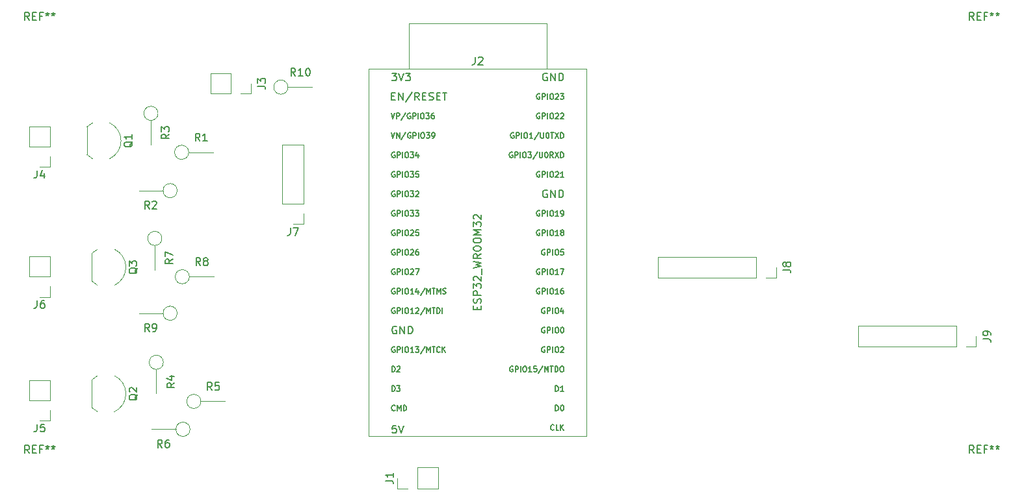
<source format=gbr>
%TF.GenerationSoftware,KiCad,Pcbnew,9.0.1*%
%TF.CreationDate,2025-04-28T16:18:14-07:00*%
%TF.ProjectId,qtkiln,71746b69-6c6e-42e6-9b69-6361645f7063,rev?*%
%TF.SameCoordinates,PX39b2820PY71f6ce0*%
%TF.FileFunction,Legend,Top*%
%TF.FilePolarity,Positive*%
%FSLAX46Y46*%
G04 Gerber Fmt 4.6, Leading zero omitted, Abs format (unit mm)*
G04 Created by KiCad (PCBNEW 9.0.1) date 2025-04-28 16:18:14*
%MOMM*%
%LPD*%
G01*
G04 APERTURE LIST*
%ADD10C,0.150000*%
%ADD11C,0.120000*%
G04 APERTURE END LIST*
D10*
X126166666Y8745181D02*
X125833333Y9221372D01*
X125595238Y8745181D02*
X125595238Y9745181D01*
X125595238Y9745181D02*
X125976190Y9745181D01*
X125976190Y9745181D02*
X126071428Y9697562D01*
X126071428Y9697562D02*
X126119047Y9649943D01*
X126119047Y9649943D02*
X126166666Y9554705D01*
X126166666Y9554705D02*
X126166666Y9411848D01*
X126166666Y9411848D02*
X126119047Y9316610D01*
X126119047Y9316610D02*
X126071428Y9268991D01*
X126071428Y9268991D02*
X125976190Y9221372D01*
X125976190Y9221372D02*
X125595238Y9221372D01*
X126595238Y9268991D02*
X126928571Y9268991D01*
X127071428Y8745181D02*
X126595238Y8745181D01*
X126595238Y8745181D02*
X126595238Y9745181D01*
X126595238Y9745181D02*
X127071428Y9745181D01*
X127833333Y9268991D02*
X127500000Y9268991D01*
X127500000Y8745181D02*
X127500000Y9745181D01*
X127500000Y9745181D02*
X127976190Y9745181D01*
X128500000Y9745181D02*
X128500000Y9507086D01*
X128261905Y9602324D02*
X128500000Y9507086D01*
X128500000Y9507086D02*
X128738095Y9602324D01*
X128357143Y9316610D02*
X128500000Y9507086D01*
X128500000Y9507086D02*
X128642857Y9316610D01*
X129261905Y9745181D02*
X129261905Y9507086D01*
X129023810Y9602324D02*
X129261905Y9507086D01*
X129261905Y9507086D02*
X129500000Y9602324D01*
X129119048Y9316610D02*
X129261905Y9507086D01*
X129261905Y9507086D02*
X129404762Y9316610D01*
X17250057Y32904762D02*
X17202438Y32809524D01*
X17202438Y32809524D02*
X17107200Y32714286D01*
X17107200Y32714286D02*
X16964342Y32571429D01*
X16964342Y32571429D02*
X16916723Y32476191D01*
X16916723Y32476191D02*
X16916723Y32380953D01*
X17154819Y32428572D02*
X17107200Y32333334D01*
X17107200Y32333334D02*
X17011961Y32238096D01*
X17011961Y32238096D02*
X16821485Y32190477D01*
X16821485Y32190477D02*
X16488152Y32190477D01*
X16488152Y32190477D02*
X16297676Y32238096D01*
X16297676Y32238096D02*
X16202438Y32333334D01*
X16202438Y32333334D02*
X16154819Y32428572D01*
X16154819Y32428572D02*
X16154819Y32619048D01*
X16154819Y32619048D02*
X16202438Y32714286D01*
X16202438Y32714286D02*
X16297676Y32809524D01*
X16297676Y32809524D02*
X16488152Y32857143D01*
X16488152Y32857143D02*
X16821485Y32857143D01*
X16821485Y32857143D02*
X17011961Y32809524D01*
X17011961Y32809524D02*
X17107200Y32714286D01*
X17107200Y32714286D02*
X17154819Y32619048D01*
X17154819Y32619048D02*
X17154819Y32428572D01*
X16154819Y33190477D02*
X16154819Y33809524D01*
X16154819Y33809524D02*
X16535771Y33476191D01*
X16535771Y33476191D02*
X16535771Y33619048D01*
X16535771Y33619048D02*
X16583390Y33714286D01*
X16583390Y33714286D02*
X16631009Y33761905D01*
X16631009Y33761905D02*
X16726247Y33809524D01*
X16726247Y33809524D02*
X16964342Y33809524D01*
X16964342Y33809524D02*
X17059580Y33761905D01*
X17059580Y33761905D02*
X17107200Y33714286D01*
X17107200Y33714286D02*
X17154819Y33619048D01*
X17154819Y33619048D02*
X17154819Y33333334D01*
X17154819Y33333334D02*
X17107200Y33238096D01*
X17107200Y33238096D02*
X17059580Y33190477D01*
X17250057Y16404762D02*
X17202438Y16309524D01*
X17202438Y16309524D02*
X17107200Y16214286D01*
X17107200Y16214286D02*
X16964342Y16071429D01*
X16964342Y16071429D02*
X16916723Y15976191D01*
X16916723Y15976191D02*
X16916723Y15880953D01*
X17154819Y15928572D02*
X17107200Y15833334D01*
X17107200Y15833334D02*
X17011961Y15738096D01*
X17011961Y15738096D02*
X16821485Y15690477D01*
X16821485Y15690477D02*
X16488152Y15690477D01*
X16488152Y15690477D02*
X16297676Y15738096D01*
X16297676Y15738096D02*
X16202438Y15833334D01*
X16202438Y15833334D02*
X16154819Y15928572D01*
X16154819Y15928572D02*
X16154819Y16119048D01*
X16154819Y16119048D02*
X16202438Y16214286D01*
X16202438Y16214286D02*
X16297676Y16309524D01*
X16297676Y16309524D02*
X16488152Y16357143D01*
X16488152Y16357143D02*
X16821485Y16357143D01*
X16821485Y16357143D02*
X17011961Y16309524D01*
X17011961Y16309524D02*
X17107200Y16214286D01*
X17107200Y16214286D02*
X17154819Y16119048D01*
X17154819Y16119048D02*
X17154819Y15928572D01*
X16250057Y16738096D02*
X16202438Y16785715D01*
X16202438Y16785715D02*
X16154819Y16880953D01*
X16154819Y16880953D02*
X16154819Y17119048D01*
X16154819Y17119048D02*
X16202438Y17214286D01*
X16202438Y17214286D02*
X16250057Y17261905D01*
X16250057Y17261905D02*
X16345295Y17309524D01*
X16345295Y17309524D02*
X16440533Y17309524D01*
X16440533Y17309524D02*
X16583390Y17261905D01*
X16583390Y17261905D02*
X17154819Y16690477D01*
X17154819Y16690477D02*
X17154819Y17309524D01*
X16610057Y49404762D02*
X16562438Y49309524D01*
X16562438Y49309524D02*
X16467200Y49214286D01*
X16467200Y49214286D02*
X16324342Y49071429D01*
X16324342Y49071429D02*
X16276723Y48976191D01*
X16276723Y48976191D02*
X16276723Y48880953D01*
X16514819Y48928572D02*
X16467200Y48833334D01*
X16467200Y48833334D02*
X16371961Y48738096D01*
X16371961Y48738096D02*
X16181485Y48690477D01*
X16181485Y48690477D02*
X15848152Y48690477D01*
X15848152Y48690477D02*
X15657676Y48738096D01*
X15657676Y48738096D02*
X15562438Y48833334D01*
X15562438Y48833334D02*
X15514819Y48928572D01*
X15514819Y48928572D02*
X15514819Y49119048D01*
X15514819Y49119048D02*
X15562438Y49214286D01*
X15562438Y49214286D02*
X15657676Y49309524D01*
X15657676Y49309524D02*
X15848152Y49357143D01*
X15848152Y49357143D02*
X16181485Y49357143D01*
X16181485Y49357143D02*
X16371961Y49309524D01*
X16371961Y49309524D02*
X16467200Y49214286D01*
X16467200Y49214286D02*
X16514819Y49119048D01*
X16514819Y49119048D02*
X16514819Y48928572D01*
X16514819Y50309524D02*
X16514819Y49738096D01*
X16514819Y50023810D02*
X15514819Y50023810D01*
X15514819Y50023810D02*
X15657676Y49928572D01*
X15657676Y49928572D02*
X15752914Y49833334D01*
X15752914Y49833334D02*
X15800533Y49738096D01*
X20462093Y9484017D02*
X20128760Y9960208D01*
X19890665Y9484017D02*
X19890665Y10484017D01*
X19890665Y10484017D02*
X20271617Y10484017D01*
X20271617Y10484017D02*
X20366855Y10436398D01*
X20366855Y10436398D02*
X20414474Y10388779D01*
X20414474Y10388779D02*
X20462093Y10293541D01*
X20462093Y10293541D02*
X20462093Y10150684D01*
X20462093Y10150684D02*
X20414474Y10055446D01*
X20414474Y10055446D02*
X20366855Y10007827D01*
X20366855Y10007827D02*
X20271617Y9960208D01*
X20271617Y9960208D02*
X19890665Y9960208D01*
X21319236Y10484017D02*
X21128760Y10484017D01*
X21128760Y10484017D02*
X21033522Y10436398D01*
X21033522Y10436398D02*
X20985903Y10388779D01*
X20985903Y10388779D02*
X20890665Y10245922D01*
X20890665Y10245922D02*
X20843046Y10055446D01*
X20843046Y10055446D02*
X20843046Y9674494D01*
X20843046Y9674494D02*
X20890665Y9579256D01*
X20890665Y9579256D02*
X20938284Y9531636D01*
X20938284Y9531636D02*
X21033522Y9484017D01*
X21033522Y9484017D02*
X21223998Y9484017D01*
X21223998Y9484017D02*
X21319236Y9531636D01*
X21319236Y9531636D02*
X21366855Y9579256D01*
X21366855Y9579256D02*
X21414474Y9674494D01*
X21414474Y9674494D02*
X21414474Y9912589D01*
X21414474Y9912589D02*
X21366855Y10007827D01*
X21366855Y10007827D02*
X21319236Y10055446D01*
X21319236Y10055446D02*
X21223998Y10103065D01*
X21223998Y10103065D02*
X21033522Y10103065D01*
X21033522Y10103065D02*
X20938284Y10055446D01*
X20938284Y10055446D02*
X20890665Y10007827D01*
X20890665Y10007827D02*
X20843046Y9912589D01*
X49534819Y5166667D02*
X50249104Y5166667D01*
X50249104Y5166667D02*
X50391961Y5119048D01*
X50391961Y5119048D02*
X50487200Y5023810D01*
X50487200Y5023810D02*
X50534819Y4880953D01*
X50534819Y4880953D02*
X50534819Y4785715D01*
X50534819Y6166667D02*
X50534819Y5595239D01*
X50534819Y5880953D02*
X49534819Y5880953D01*
X49534819Y5880953D02*
X49677676Y5785715D01*
X49677676Y5785715D02*
X49772914Y5690477D01*
X49772914Y5690477D02*
X49820533Y5595239D01*
X101304819Y32666667D02*
X102019104Y32666667D01*
X102019104Y32666667D02*
X102161961Y32619048D01*
X102161961Y32619048D02*
X102257200Y32523810D01*
X102257200Y32523810D02*
X102304819Y32380953D01*
X102304819Y32380953D02*
X102304819Y32285715D01*
X101733390Y33285715D02*
X101685771Y33190477D01*
X101685771Y33190477D02*
X101638152Y33142858D01*
X101638152Y33142858D02*
X101542914Y33095239D01*
X101542914Y33095239D02*
X101495295Y33095239D01*
X101495295Y33095239D02*
X101400057Y33142858D01*
X101400057Y33142858D02*
X101352438Y33190477D01*
X101352438Y33190477D02*
X101304819Y33285715D01*
X101304819Y33285715D02*
X101304819Y33476191D01*
X101304819Y33476191D02*
X101352438Y33571429D01*
X101352438Y33571429D02*
X101400057Y33619048D01*
X101400057Y33619048D02*
X101495295Y33666667D01*
X101495295Y33666667D02*
X101542914Y33666667D01*
X101542914Y33666667D02*
X101638152Y33619048D01*
X101638152Y33619048D02*
X101685771Y33571429D01*
X101685771Y33571429D02*
X101733390Y33476191D01*
X101733390Y33476191D02*
X101733390Y33285715D01*
X101733390Y33285715D02*
X101781009Y33190477D01*
X101781009Y33190477D02*
X101828628Y33142858D01*
X101828628Y33142858D02*
X101923866Y33095239D01*
X101923866Y33095239D02*
X102114342Y33095239D01*
X102114342Y33095239D02*
X102209580Y33142858D01*
X102209580Y33142858D02*
X102257200Y33190477D01*
X102257200Y33190477D02*
X102304819Y33285715D01*
X102304819Y33285715D02*
X102304819Y33476191D01*
X102304819Y33476191D02*
X102257200Y33571429D01*
X102257200Y33571429D02*
X102209580Y33619048D01*
X102209580Y33619048D02*
X102114342Y33666667D01*
X102114342Y33666667D02*
X101923866Y33666667D01*
X101923866Y33666667D02*
X101828628Y33619048D01*
X101828628Y33619048D02*
X101781009Y33571429D01*
X101781009Y33571429D02*
X101733390Y33476191D01*
X3166666Y8745181D02*
X2833333Y9221372D01*
X2595238Y8745181D02*
X2595238Y9745181D01*
X2595238Y9745181D02*
X2976190Y9745181D01*
X2976190Y9745181D02*
X3071428Y9697562D01*
X3071428Y9697562D02*
X3119047Y9649943D01*
X3119047Y9649943D02*
X3166666Y9554705D01*
X3166666Y9554705D02*
X3166666Y9411848D01*
X3166666Y9411848D02*
X3119047Y9316610D01*
X3119047Y9316610D02*
X3071428Y9268991D01*
X3071428Y9268991D02*
X2976190Y9221372D01*
X2976190Y9221372D02*
X2595238Y9221372D01*
X3595238Y9268991D02*
X3928571Y9268991D01*
X4071428Y8745181D02*
X3595238Y8745181D01*
X3595238Y8745181D02*
X3595238Y9745181D01*
X3595238Y9745181D02*
X4071428Y9745181D01*
X4833333Y9268991D02*
X4500000Y9268991D01*
X4500000Y8745181D02*
X4500000Y9745181D01*
X4500000Y9745181D02*
X4976190Y9745181D01*
X5500000Y9745181D02*
X5500000Y9507086D01*
X5261905Y9602324D02*
X5500000Y9507086D01*
X5500000Y9507086D02*
X5738095Y9602324D01*
X5357143Y9316610D02*
X5500000Y9507086D01*
X5500000Y9507086D02*
X5642857Y9316610D01*
X6261905Y9745181D02*
X6261905Y9507086D01*
X6023810Y9602324D02*
X6261905Y9507086D01*
X6261905Y9507086D02*
X6500000Y9602324D01*
X6119048Y9316610D02*
X6261905Y9507086D01*
X6261905Y9507086D02*
X6404762Y9316610D01*
X126166666Y65245181D02*
X125833333Y65721372D01*
X125595238Y65245181D02*
X125595238Y66245181D01*
X125595238Y66245181D02*
X125976190Y66245181D01*
X125976190Y66245181D02*
X126071428Y66197562D01*
X126071428Y66197562D02*
X126119047Y66149943D01*
X126119047Y66149943D02*
X126166666Y66054705D01*
X126166666Y66054705D02*
X126166666Y65911848D01*
X126166666Y65911848D02*
X126119047Y65816610D01*
X126119047Y65816610D02*
X126071428Y65768991D01*
X126071428Y65768991D02*
X125976190Y65721372D01*
X125976190Y65721372D02*
X125595238Y65721372D01*
X126595238Y65768991D02*
X126928571Y65768991D01*
X127071428Y65245181D02*
X126595238Y65245181D01*
X126595238Y65245181D02*
X126595238Y66245181D01*
X126595238Y66245181D02*
X127071428Y66245181D01*
X127833333Y65768991D02*
X127500000Y65768991D01*
X127500000Y65245181D02*
X127500000Y66245181D01*
X127500000Y66245181D02*
X127976190Y66245181D01*
X128500000Y66245181D02*
X128500000Y66007086D01*
X128261905Y66102324D02*
X128500000Y66007086D01*
X128500000Y66007086D02*
X128738095Y66102324D01*
X128357143Y65816610D02*
X128500000Y66007086D01*
X128500000Y66007086D02*
X128642857Y65816610D01*
X129261905Y66245181D02*
X129261905Y66007086D01*
X129023810Y66102324D02*
X129261905Y66007086D01*
X129261905Y66007086D02*
X129500000Y66102324D01*
X129119048Y65816610D02*
X129261905Y66007086D01*
X129261905Y66007086D02*
X129404762Y65816610D01*
X18793333Y24625181D02*
X18460000Y25101372D01*
X18221905Y24625181D02*
X18221905Y25625181D01*
X18221905Y25625181D02*
X18602857Y25625181D01*
X18602857Y25625181D02*
X18698095Y25577562D01*
X18698095Y25577562D02*
X18745714Y25529943D01*
X18745714Y25529943D02*
X18793333Y25434705D01*
X18793333Y25434705D02*
X18793333Y25291848D01*
X18793333Y25291848D02*
X18745714Y25196610D01*
X18745714Y25196610D02*
X18698095Y25148991D01*
X18698095Y25148991D02*
X18602857Y25101372D01*
X18602857Y25101372D02*
X18221905Y25101372D01*
X19269524Y24625181D02*
X19460000Y24625181D01*
X19460000Y24625181D02*
X19555238Y24672800D01*
X19555238Y24672800D02*
X19602857Y24720420D01*
X19602857Y24720420D02*
X19698095Y24863277D01*
X19698095Y24863277D02*
X19745714Y25053753D01*
X19745714Y25053753D02*
X19745714Y25434705D01*
X19745714Y25434705D02*
X19698095Y25529943D01*
X19698095Y25529943D02*
X19650476Y25577562D01*
X19650476Y25577562D02*
X19555238Y25625181D01*
X19555238Y25625181D02*
X19364762Y25625181D01*
X19364762Y25625181D02*
X19269524Y25577562D01*
X19269524Y25577562D02*
X19221905Y25529943D01*
X19221905Y25529943D02*
X19174286Y25434705D01*
X19174286Y25434705D02*
X19174286Y25196610D01*
X19174286Y25196610D02*
X19221905Y25101372D01*
X19221905Y25101372D02*
X19269524Y25053753D01*
X19269524Y25053753D02*
X19364762Y25006134D01*
X19364762Y25006134D02*
X19555238Y25006134D01*
X19555238Y25006134D02*
X19650476Y25053753D01*
X19650476Y25053753D02*
X19698095Y25101372D01*
X19698095Y25101372D02*
X19745714Y25196610D01*
X4166666Y45625181D02*
X4166666Y44910896D01*
X4166666Y44910896D02*
X4119047Y44768039D01*
X4119047Y44768039D02*
X4023809Y44672800D01*
X4023809Y44672800D02*
X3880952Y44625181D01*
X3880952Y44625181D02*
X3785714Y44625181D01*
X5071428Y45291848D02*
X5071428Y44625181D01*
X4833333Y45672800D02*
X4595238Y44958515D01*
X4595238Y44958515D02*
X5214285Y44958515D01*
X21374819Y50373334D02*
X20898628Y50040001D01*
X21374819Y49801906D02*
X20374819Y49801906D01*
X20374819Y49801906D02*
X20374819Y50182858D01*
X20374819Y50182858D02*
X20422438Y50278096D01*
X20422438Y50278096D02*
X20470057Y50325715D01*
X20470057Y50325715D02*
X20565295Y50373334D01*
X20565295Y50373334D02*
X20708152Y50373334D01*
X20708152Y50373334D02*
X20803390Y50325715D01*
X20803390Y50325715D02*
X20851009Y50278096D01*
X20851009Y50278096D02*
X20898628Y50182858D01*
X20898628Y50182858D02*
X20898628Y49801906D01*
X20374819Y50706668D02*
X20374819Y51325715D01*
X20374819Y51325715D02*
X20755771Y50992382D01*
X20755771Y50992382D02*
X20755771Y51135239D01*
X20755771Y51135239D02*
X20803390Y51230477D01*
X20803390Y51230477D02*
X20851009Y51278096D01*
X20851009Y51278096D02*
X20946247Y51325715D01*
X20946247Y51325715D02*
X21184342Y51325715D01*
X21184342Y51325715D02*
X21279580Y51278096D01*
X21279580Y51278096D02*
X21327200Y51230477D01*
X21327200Y51230477D02*
X21374819Y51135239D01*
X21374819Y51135239D02*
X21374819Y50849525D01*
X21374819Y50849525D02*
X21327200Y50754287D01*
X21327200Y50754287D02*
X21279580Y50706668D01*
X22067012Y17891096D02*
X21590821Y17557763D01*
X22067012Y17319668D02*
X21067012Y17319668D01*
X21067012Y17319668D02*
X21067012Y17700620D01*
X21067012Y17700620D02*
X21114631Y17795858D01*
X21114631Y17795858D02*
X21162250Y17843477D01*
X21162250Y17843477D02*
X21257488Y17891096D01*
X21257488Y17891096D02*
X21400345Y17891096D01*
X21400345Y17891096D02*
X21495583Y17843477D01*
X21495583Y17843477D02*
X21543202Y17795858D01*
X21543202Y17795858D02*
X21590821Y17700620D01*
X21590821Y17700620D02*
X21590821Y17319668D01*
X21400345Y18748239D02*
X22067012Y18748239D01*
X21019393Y18510144D02*
X21733678Y18272049D01*
X21733678Y18272049D02*
X21733678Y18891096D01*
X3166666Y65245181D02*
X2833333Y65721372D01*
X2595238Y65245181D02*
X2595238Y66245181D01*
X2595238Y66245181D02*
X2976190Y66245181D01*
X2976190Y66245181D02*
X3071428Y66197562D01*
X3071428Y66197562D02*
X3119047Y66149943D01*
X3119047Y66149943D02*
X3166666Y66054705D01*
X3166666Y66054705D02*
X3166666Y65911848D01*
X3166666Y65911848D02*
X3119047Y65816610D01*
X3119047Y65816610D02*
X3071428Y65768991D01*
X3071428Y65768991D02*
X2976190Y65721372D01*
X2976190Y65721372D02*
X2595238Y65721372D01*
X3595238Y65768991D02*
X3928571Y65768991D01*
X4071428Y65245181D02*
X3595238Y65245181D01*
X3595238Y65245181D02*
X3595238Y66245181D01*
X3595238Y66245181D02*
X4071428Y66245181D01*
X4833333Y65768991D02*
X4500000Y65768991D01*
X4500000Y65245181D02*
X4500000Y66245181D01*
X4500000Y66245181D02*
X4976190Y66245181D01*
X5500000Y66245181D02*
X5500000Y66007086D01*
X5261905Y66102324D02*
X5500000Y66007086D01*
X5500000Y66007086D02*
X5738095Y66102324D01*
X5357143Y65816610D02*
X5500000Y66007086D01*
X5500000Y66007086D02*
X5642857Y65816610D01*
X6261905Y66245181D02*
X6261905Y66007086D01*
X6023810Y66102324D02*
X6261905Y66007086D01*
X6261905Y66007086D02*
X6500000Y66102324D01*
X6119048Y65816610D02*
X6261905Y66007086D01*
X6261905Y66007086D02*
X6404762Y65816610D01*
X37166666Y38165181D02*
X37166666Y37450896D01*
X37166666Y37450896D02*
X37119047Y37308039D01*
X37119047Y37308039D02*
X37023809Y37212800D01*
X37023809Y37212800D02*
X36880952Y37165181D01*
X36880952Y37165181D02*
X36785714Y37165181D01*
X37547619Y38165181D02*
X38214285Y38165181D01*
X38214285Y38165181D02*
X37785714Y37165181D01*
X4166666Y12524017D02*
X4166666Y11809732D01*
X4166666Y11809732D02*
X4119047Y11666875D01*
X4119047Y11666875D02*
X4023809Y11571636D01*
X4023809Y11571636D02*
X3880952Y11524017D01*
X3880952Y11524017D02*
X3785714Y11524017D01*
X5119047Y12524017D02*
X4642857Y12524017D01*
X4642857Y12524017D02*
X4595238Y12047827D01*
X4595238Y12047827D02*
X4642857Y12095446D01*
X4642857Y12095446D02*
X4738095Y12143065D01*
X4738095Y12143065D02*
X4976190Y12143065D01*
X4976190Y12143065D02*
X5071428Y12095446D01*
X5071428Y12095446D02*
X5119047Y12047827D01*
X5119047Y12047827D02*
X5166666Y11952589D01*
X5166666Y11952589D02*
X5166666Y11714494D01*
X5166666Y11714494D02*
X5119047Y11619256D01*
X5119047Y11619256D02*
X5071428Y11571636D01*
X5071428Y11571636D02*
X4976190Y11524017D01*
X4976190Y11524017D02*
X4738095Y11524017D01*
X4738095Y11524017D02*
X4642857Y11571636D01*
X4642857Y11571636D02*
X4595238Y11619256D01*
X32894819Y56641667D02*
X33609104Y56641667D01*
X33609104Y56641667D02*
X33751961Y56594048D01*
X33751961Y56594048D02*
X33847200Y56498810D01*
X33847200Y56498810D02*
X33894819Y56355953D01*
X33894819Y56355953D02*
X33894819Y56260715D01*
X32894819Y57022620D02*
X32894819Y57641667D01*
X32894819Y57641667D02*
X33275771Y57308334D01*
X33275771Y57308334D02*
X33275771Y57451191D01*
X33275771Y57451191D02*
X33323390Y57546429D01*
X33323390Y57546429D02*
X33371009Y57594048D01*
X33371009Y57594048D02*
X33466247Y57641667D01*
X33466247Y57641667D02*
X33704342Y57641667D01*
X33704342Y57641667D02*
X33799580Y57594048D01*
X33799580Y57594048D02*
X33847200Y57546429D01*
X33847200Y57546429D02*
X33894819Y57451191D01*
X33894819Y57451191D02*
X33894819Y57165477D01*
X33894819Y57165477D02*
X33847200Y57070239D01*
X33847200Y57070239D02*
X33799580Y57022620D01*
X37817142Y57965181D02*
X37483809Y58441372D01*
X37245714Y57965181D02*
X37245714Y58965181D01*
X37245714Y58965181D02*
X37626666Y58965181D01*
X37626666Y58965181D02*
X37721904Y58917562D01*
X37721904Y58917562D02*
X37769523Y58869943D01*
X37769523Y58869943D02*
X37817142Y58774705D01*
X37817142Y58774705D02*
X37817142Y58631848D01*
X37817142Y58631848D02*
X37769523Y58536610D01*
X37769523Y58536610D02*
X37721904Y58488991D01*
X37721904Y58488991D02*
X37626666Y58441372D01*
X37626666Y58441372D02*
X37245714Y58441372D01*
X38769523Y57965181D02*
X38198095Y57965181D01*
X38483809Y57965181D02*
X38483809Y58965181D01*
X38483809Y58965181D02*
X38388571Y58822324D01*
X38388571Y58822324D02*
X38293333Y58727086D01*
X38293333Y58727086D02*
X38198095Y58679467D01*
X39388571Y58965181D02*
X39483809Y58965181D01*
X39483809Y58965181D02*
X39579047Y58917562D01*
X39579047Y58917562D02*
X39626666Y58869943D01*
X39626666Y58869943D02*
X39674285Y58774705D01*
X39674285Y58774705D02*
X39721904Y58584229D01*
X39721904Y58584229D02*
X39721904Y58346134D01*
X39721904Y58346134D02*
X39674285Y58155658D01*
X39674285Y58155658D02*
X39626666Y58060420D01*
X39626666Y58060420D02*
X39579047Y58012800D01*
X39579047Y58012800D02*
X39483809Y57965181D01*
X39483809Y57965181D02*
X39388571Y57965181D01*
X39388571Y57965181D02*
X39293333Y58012800D01*
X39293333Y58012800D02*
X39245714Y58060420D01*
X39245714Y58060420D02*
X39198095Y58155658D01*
X39198095Y58155658D02*
X39150476Y58346134D01*
X39150476Y58346134D02*
X39150476Y58584229D01*
X39150476Y58584229D02*
X39198095Y58774705D01*
X39198095Y58774705D02*
X39245714Y58869943D01*
X39245714Y58869943D02*
X39293333Y58917562D01*
X39293333Y58917562D02*
X39388571Y58965181D01*
X25454394Y33226728D02*
X25121061Y33702919D01*
X24882966Y33226728D02*
X24882966Y34226728D01*
X24882966Y34226728D02*
X25263918Y34226728D01*
X25263918Y34226728D02*
X25359156Y34179109D01*
X25359156Y34179109D02*
X25406775Y34131490D01*
X25406775Y34131490D02*
X25454394Y34036252D01*
X25454394Y34036252D02*
X25454394Y33893395D01*
X25454394Y33893395D02*
X25406775Y33798157D01*
X25406775Y33798157D02*
X25359156Y33750538D01*
X25359156Y33750538D02*
X25263918Y33702919D01*
X25263918Y33702919D02*
X24882966Y33702919D01*
X26025823Y33798157D02*
X25930585Y33845776D01*
X25930585Y33845776D02*
X25882966Y33893395D01*
X25882966Y33893395D02*
X25835347Y33988633D01*
X25835347Y33988633D02*
X25835347Y34036252D01*
X25835347Y34036252D02*
X25882966Y34131490D01*
X25882966Y34131490D02*
X25930585Y34179109D01*
X25930585Y34179109D02*
X26025823Y34226728D01*
X26025823Y34226728D02*
X26216299Y34226728D01*
X26216299Y34226728D02*
X26311537Y34179109D01*
X26311537Y34179109D02*
X26359156Y34131490D01*
X26359156Y34131490D02*
X26406775Y34036252D01*
X26406775Y34036252D02*
X26406775Y33988633D01*
X26406775Y33988633D02*
X26359156Y33893395D01*
X26359156Y33893395D02*
X26311537Y33845776D01*
X26311537Y33845776D02*
X26216299Y33798157D01*
X26216299Y33798157D02*
X26025823Y33798157D01*
X26025823Y33798157D02*
X25930585Y33750538D01*
X25930585Y33750538D02*
X25882966Y33702919D01*
X25882966Y33702919D02*
X25835347Y33607681D01*
X25835347Y33607681D02*
X25835347Y33417205D01*
X25835347Y33417205D02*
X25882966Y33321967D01*
X25882966Y33321967D02*
X25930585Y33274347D01*
X25930585Y33274347D02*
X26025823Y33226728D01*
X26025823Y33226728D02*
X26216299Y33226728D01*
X26216299Y33226728D02*
X26311537Y33274347D01*
X26311537Y33274347D02*
X26359156Y33321967D01*
X26359156Y33321967D02*
X26406775Y33417205D01*
X26406775Y33417205D02*
X26406775Y33607681D01*
X26406775Y33607681D02*
X26359156Y33702919D01*
X26359156Y33702919D02*
X26311537Y33750538D01*
X26311537Y33750538D02*
X26216299Y33798157D01*
X18793333Y40625181D02*
X18460000Y41101372D01*
X18221905Y40625181D02*
X18221905Y41625181D01*
X18221905Y41625181D02*
X18602857Y41625181D01*
X18602857Y41625181D02*
X18698095Y41577562D01*
X18698095Y41577562D02*
X18745714Y41529943D01*
X18745714Y41529943D02*
X18793333Y41434705D01*
X18793333Y41434705D02*
X18793333Y41291848D01*
X18793333Y41291848D02*
X18745714Y41196610D01*
X18745714Y41196610D02*
X18698095Y41148991D01*
X18698095Y41148991D02*
X18602857Y41101372D01*
X18602857Y41101372D02*
X18221905Y41101372D01*
X19174286Y41529943D02*
X19221905Y41577562D01*
X19221905Y41577562D02*
X19317143Y41625181D01*
X19317143Y41625181D02*
X19555238Y41625181D01*
X19555238Y41625181D02*
X19650476Y41577562D01*
X19650476Y41577562D02*
X19698095Y41529943D01*
X19698095Y41529943D02*
X19745714Y41434705D01*
X19745714Y41434705D02*
X19745714Y41339467D01*
X19745714Y41339467D02*
X19698095Y41196610D01*
X19698095Y41196610D02*
X19126667Y40625181D01*
X19126667Y40625181D02*
X19745714Y40625181D01*
X25373333Y49465181D02*
X25040000Y49941372D01*
X24801905Y49465181D02*
X24801905Y50465181D01*
X24801905Y50465181D02*
X25182857Y50465181D01*
X25182857Y50465181D02*
X25278095Y50417562D01*
X25278095Y50417562D02*
X25325714Y50369943D01*
X25325714Y50369943D02*
X25373333Y50274705D01*
X25373333Y50274705D02*
X25373333Y50131848D01*
X25373333Y50131848D02*
X25325714Y50036610D01*
X25325714Y50036610D02*
X25278095Y49988991D01*
X25278095Y49988991D02*
X25182857Y49941372D01*
X25182857Y49941372D02*
X24801905Y49941372D01*
X26325714Y49465181D02*
X25754286Y49465181D01*
X26040000Y49465181D02*
X26040000Y50465181D01*
X26040000Y50465181D02*
X25944762Y50322324D01*
X25944762Y50322324D02*
X25849524Y50227086D01*
X25849524Y50227086D02*
X25754286Y50179467D01*
X4166666Y28665181D02*
X4166666Y27950896D01*
X4166666Y27950896D02*
X4119047Y27808039D01*
X4119047Y27808039D02*
X4023809Y27712800D01*
X4023809Y27712800D02*
X3880952Y27665181D01*
X3880952Y27665181D02*
X3785714Y27665181D01*
X5071428Y28665181D02*
X4880952Y28665181D01*
X4880952Y28665181D02*
X4785714Y28617562D01*
X4785714Y28617562D02*
X4738095Y28569943D01*
X4738095Y28569943D02*
X4642857Y28427086D01*
X4642857Y28427086D02*
X4595238Y28236610D01*
X4595238Y28236610D02*
X4595238Y27855658D01*
X4595238Y27855658D02*
X4642857Y27760420D01*
X4642857Y27760420D02*
X4690476Y27712800D01*
X4690476Y27712800D02*
X4785714Y27665181D01*
X4785714Y27665181D02*
X4976190Y27665181D01*
X4976190Y27665181D02*
X5071428Y27712800D01*
X5071428Y27712800D02*
X5119047Y27760420D01*
X5119047Y27760420D02*
X5166666Y27855658D01*
X5166666Y27855658D02*
X5166666Y28093753D01*
X5166666Y28093753D02*
X5119047Y28188991D01*
X5119047Y28188991D02*
X5071428Y28236610D01*
X5071428Y28236610D02*
X4976190Y28284229D01*
X4976190Y28284229D02*
X4785714Y28284229D01*
X4785714Y28284229D02*
X4690476Y28236610D01*
X4690476Y28236610D02*
X4642857Y28188991D01*
X4642857Y28188991D02*
X4595238Y28093753D01*
X21874819Y34054881D02*
X21398628Y33721548D01*
X21874819Y33483453D02*
X20874819Y33483453D01*
X20874819Y33483453D02*
X20874819Y33864405D01*
X20874819Y33864405D02*
X20922438Y33959643D01*
X20922438Y33959643D02*
X20970057Y34007262D01*
X20970057Y34007262D02*
X21065295Y34054881D01*
X21065295Y34054881D02*
X21208152Y34054881D01*
X21208152Y34054881D02*
X21303390Y34007262D01*
X21303390Y34007262D02*
X21351009Y33959643D01*
X21351009Y33959643D02*
X21398628Y33864405D01*
X21398628Y33864405D02*
X21398628Y33483453D01*
X20874819Y34388215D02*
X20874819Y35054881D01*
X20874819Y35054881D02*
X21874819Y34626310D01*
X127344819Y23666667D02*
X128059104Y23666667D01*
X128059104Y23666667D02*
X128201961Y23619048D01*
X128201961Y23619048D02*
X128297200Y23523810D01*
X128297200Y23523810D02*
X128344819Y23380953D01*
X128344819Y23380953D02*
X128344819Y23285715D01*
X128344819Y24190477D02*
X128344819Y24380953D01*
X128344819Y24380953D02*
X128297200Y24476191D01*
X128297200Y24476191D02*
X128249580Y24523810D01*
X128249580Y24523810D02*
X128106723Y24619048D01*
X128106723Y24619048D02*
X127916247Y24666667D01*
X127916247Y24666667D02*
X127535295Y24666667D01*
X127535295Y24666667D02*
X127440057Y24619048D01*
X127440057Y24619048D02*
X127392438Y24571429D01*
X127392438Y24571429D02*
X127344819Y24476191D01*
X127344819Y24476191D02*
X127344819Y24285715D01*
X127344819Y24285715D02*
X127392438Y24190477D01*
X127392438Y24190477D02*
X127440057Y24142858D01*
X127440057Y24142858D02*
X127535295Y24095239D01*
X127535295Y24095239D02*
X127773390Y24095239D01*
X127773390Y24095239D02*
X127868628Y24142858D01*
X127868628Y24142858D02*
X127916247Y24190477D01*
X127916247Y24190477D02*
X127963866Y24285715D01*
X127963866Y24285715D02*
X127963866Y24476191D01*
X127963866Y24476191D02*
X127916247Y24571429D01*
X127916247Y24571429D02*
X127868628Y24619048D01*
X127868628Y24619048D02*
X127773390Y24666667D01*
X26955631Y16965181D02*
X26622298Y17441372D01*
X26384203Y16965181D02*
X26384203Y17965181D01*
X26384203Y17965181D02*
X26765155Y17965181D01*
X26765155Y17965181D02*
X26860393Y17917562D01*
X26860393Y17917562D02*
X26908012Y17869943D01*
X26908012Y17869943D02*
X26955631Y17774705D01*
X26955631Y17774705D02*
X26955631Y17631848D01*
X26955631Y17631848D02*
X26908012Y17536610D01*
X26908012Y17536610D02*
X26860393Y17488991D01*
X26860393Y17488991D02*
X26765155Y17441372D01*
X26765155Y17441372D02*
X26384203Y17441372D01*
X27860393Y17965181D02*
X27384203Y17965181D01*
X27384203Y17965181D02*
X27336584Y17488991D01*
X27336584Y17488991D02*
X27384203Y17536610D01*
X27384203Y17536610D02*
X27479441Y17584229D01*
X27479441Y17584229D02*
X27717536Y17584229D01*
X27717536Y17584229D02*
X27812774Y17536610D01*
X27812774Y17536610D02*
X27860393Y17488991D01*
X27860393Y17488991D02*
X27908012Y17393753D01*
X27908012Y17393753D02*
X27908012Y17155658D01*
X27908012Y17155658D02*
X27860393Y17060420D01*
X27860393Y17060420D02*
X27812774Y17012800D01*
X27812774Y17012800D02*
X27717536Y16965181D01*
X27717536Y16965181D02*
X27479441Y16965181D01*
X27479441Y16965181D02*
X27384203Y17012800D01*
X27384203Y17012800D02*
X27336584Y17060420D01*
X61211666Y60437061D02*
X61211666Y59722776D01*
X61211666Y59722776D02*
X61164047Y59579919D01*
X61164047Y59579919D02*
X61068809Y59484680D01*
X61068809Y59484680D02*
X60925952Y59437061D01*
X60925952Y59437061D02*
X60830714Y59437061D01*
X61640238Y60341823D02*
X61687857Y60389442D01*
X61687857Y60389442D02*
X61783095Y60437061D01*
X61783095Y60437061D02*
X62021190Y60437061D01*
X62021190Y60437061D02*
X62116428Y60389442D01*
X62116428Y60389442D02*
X62164047Y60341823D01*
X62164047Y60341823D02*
X62211666Y60246585D01*
X62211666Y60246585D02*
X62211666Y60151347D01*
X62211666Y60151347D02*
X62164047Y60008490D01*
X62164047Y60008490D02*
X61592619Y59437061D01*
X61592619Y59437061D02*
X62211666Y59437061D01*
X61476009Y27495214D02*
X61476009Y27828547D01*
X61999819Y27971404D02*
X61999819Y27495214D01*
X61999819Y27495214D02*
X60999819Y27495214D01*
X60999819Y27495214D02*
X60999819Y27971404D01*
X61952200Y28352357D02*
X61999819Y28495214D01*
X61999819Y28495214D02*
X61999819Y28733309D01*
X61999819Y28733309D02*
X61952200Y28828547D01*
X61952200Y28828547D02*
X61904580Y28876166D01*
X61904580Y28876166D02*
X61809342Y28923785D01*
X61809342Y28923785D02*
X61714104Y28923785D01*
X61714104Y28923785D02*
X61618866Y28876166D01*
X61618866Y28876166D02*
X61571247Y28828547D01*
X61571247Y28828547D02*
X61523628Y28733309D01*
X61523628Y28733309D02*
X61476009Y28542833D01*
X61476009Y28542833D02*
X61428390Y28447595D01*
X61428390Y28447595D02*
X61380771Y28399976D01*
X61380771Y28399976D02*
X61285533Y28352357D01*
X61285533Y28352357D02*
X61190295Y28352357D01*
X61190295Y28352357D02*
X61095057Y28399976D01*
X61095057Y28399976D02*
X61047438Y28447595D01*
X61047438Y28447595D02*
X60999819Y28542833D01*
X60999819Y28542833D02*
X60999819Y28780928D01*
X60999819Y28780928D02*
X61047438Y28923785D01*
X61999819Y29352357D02*
X60999819Y29352357D01*
X60999819Y29352357D02*
X60999819Y29733309D01*
X60999819Y29733309D02*
X61047438Y29828547D01*
X61047438Y29828547D02*
X61095057Y29876166D01*
X61095057Y29876166D02*
X61190295Y29923785D01*
X61190295Y29923785D02*
X61333152Y29923785D01*
X61333152Y29923785D02*
X61428390Y29876166D01*
X61428390Y29876166D02*
X61476009Y29828547D01*
X61476009Y29828547D02*
X61523628Y29733309D01*
X61523628Y29733309D02*
X61523628Y29352357D01*
X60999819Y30257119D02*
X60999819Y30876166D01*
X60999819Y30876166D02*
X61380771Y30542833D01*
X61380771Y30542833D02*
X61380771Y30685690D01*
X61380771Y30685690D02*
X61428390Y30780928D01*
X61428390Y30780928D02*
X61476009Y30828547D01*
X61476009Y30828547D02*
X61571247Y30876166D01*
X61571247Y30876166D02*
X61809342Y30876166D01*
X61809342Y30876166D02*
X61904580Y30828547D01*
X61904580Y30828547D02*
X61952200Y30780928D01*
X61952200Y30780928D02*
X61999819Y30685690D01*
X61999819Y30685690D02*
X61999819Y30399976D01*
X61999819Y30399976D02*
X61952200Y30304738D01*
X61952200Y30304738D02*
X61904580Y30257119D01*
X61095057Y31257119D02*
X61047438Y31304738D01*
X61047438Y31304738D02*
X60999819Y31399976D01*
X60999819Y31399976D02*
X60999819Y31638071D01*
X60999819Y31638071D02*
X61047438Y31733309D01*
X61047438Y31733309D02*
X61095057Y31780928D01*
X61095057Y31780928D02*
X61190295Y31828547D01*
X61190295Y31828547D02*
X61285533Y31828547D01*
X61285533Y31828547D02*
X61428390Y31780928D01*
X61428390Y31780928D02*
X61999819Y31209500D01*
X61999819Y31209500D02*
X61999819Y31828547D01*
X62095057Y32019023D02*
X62095057Y32780928D01*
X60999819Y32923786D02*
X61999819Y33161881D01*
X61999819Y33161881D02*
X61285533Y33352357D01*
X61285533Y33352357D02*
X61999819Y33542833D01*
X61999819Y33542833D02*
X60999819Y33780928D01*
X61999819Y34733309D02*
X61523628Y34399976D01*
X61999819Y34161881D02*
X60999819Y34161881D01*
X60999819Y34161881D02*
X60999819Y34542833D01*
X60999819Y34542833D02*
X61047438Y34638071D01*
X61047438Y34638071D02*
X61095057Y34685690D01*
X61095057Y34685690D02*
X61190295Y34733309D01*
X61190295Y34733309D02*
X61333152Y34733309D01*
X61333152Y34733309D02*
X61428390Y34685690D01*
X61428390Y34685690D02*
X61476009Y34638071D01*
X61476009Y34638071D02*
X61523628Y34542833D01*
X61523628Y34542833D02*
X61523628Y34161881D01*
X60999819Y35352357D02*
X60999819Y35542833D01*
X60999819Y35542833D02*
X61047438Y35638071D01*
X61047438Y35638071D02*
X61142676Y35733309D01*
X61142676Y35733309D02*
X61333152Y35780928D01*
X61333152Y35780928D02*
X61666485Y35780928D01*
X61666485Y35780928D02*
X61856961Y35733309D01*
X61856961Y35733309D02*
X61952200Y35638071D01*
X61952200Y35638071D02*
X61999819Y35542833D01*
X61999819Y35542833D02*
X61999819Y35352357D01*
X61999819Y35352357D02*
X61952200Y35257119D01*
X61952200Y35257119D02*
X61856961Y35161881D01*
X61856961Y35161881D02*
X61666485Y35114262D01*
X61666485Y35114262D02*
X61333152Y35114262D01*
X61333152Y35114262D02*
X61142676Y35161881D01*
X61142676Y35161881D02*
X61047438Y35257119D01*
X61047438Y35257119D02*
X60999819Y35352357D01*
X60999819Y36399976D02*
X60999819Y36590452D01*
X60999819Y36590452D02*
X61047438Y36685690D01*
X61047438Y36685690D02*
X61142676Y36780928D01*
X61142676Y36780928D02*
X61333152Y36828547D01*
X61333152Y36828547D02*
X61666485Y36828547D01*
X61666485Y36828547D02*
X61856961Y36780928D01*
X61856961Y36780928D02*
X61952200Y36685690D01*
X61952200Y36685690D02*
X61999819Y36590452D01*
X61999819Y36590452D02*
X61999819Y36399976D01*
X61999819Y36399976D02*
X61952200Y36304738D01*
X61952200Y36304738D02*
X61856961Y36209500D01*
X61856961Y36209500D02*
X61666485Y36161881D01*
X61666485Y36161881D02*
X61333152Y36161881D01*
X61333152Y36161881D02*
X61142676Y36209500D01*
X61142676Y36209500D02*
X61047438Y36304738D01*
X61047438Y36304738D02*
X60999819Y36399976D01*
X61999819Y37257119D02*
X60999819Y37257119D01*
X60999819Y37257119D02*
X61714104Y37590452D01*
X61714104Y37590452D02*
X60999819Y37923785D01*
X60999819Y37923785D02*
X61999819Y37923785D01*
X60999819Y38304738D02*
X60999819Y38923785D01*
X60999819Y38923785D02*
X61380771Y38590452D01*
X61380771Y38590452D02*
X61380771Y38733309D01*
X61380771Y38733309D02*
X61428390Y38828547D01*
X61428390Y38828547D02*
X61476009Y38876166D01*
X61476009Y38876166D02*
X61571247Y38923785D01*
X61571247Y38923785D02*
X61809342Y38923785D01*
X61809342Y38923785D02*
X61904580Y38876166D01*
X61904580Y38876166D02*
X61952200Y38828547D01*
X61952200Y38828547D02*
X61999819Y38733309D01*
X61999819Y38733309D02*
X61999819Y38447595D01*
X61999819Y38447595D02*
X61952200Y38352357D01*
X61952200Y38352357D02*
X61904580Y38304738D01*
X61095057Y39304738D02*
X61047438Y39352357D01*
X61047438Y39352357D02*
X60999819Y39447595D01*
X60999819Y39447595D02*
X60999819Y39685690D01*
X60999819Y39685690D02*
X61047438Y39780928D01*
X61047438Y39780928D02*
X61095057Y39828547D01*
X61095057Y39828547D02*
X61190295Y39876166D01*
X61190295Y39876166D02*
X61285533Y39876166D01*
X61285533Y39876166D02*
X61428390Y39828547D01*
X61428390Y39828547D02*
X61999819Y39257119D01*
X61999819Y39257119D02*
X61999819Y39876166D01*
X50975588Y25269442D02*
X50880350Y25317061D01*
X50880350Y25317061D02*
X50737493Y25317061D01*
X50737493Y25317061D02*
X50594636Y25269442D01*
X50594636Y25269442D02*
X50499398Y25174204D01*
X50499398Y25174204D02*
X50451779Y25078966D01*
X50451779Y25078966D02*
X50404160Y24888490D01*
X50404160Y24888490D02*
X50404160Y24745633D01*
X50404160Y24745633D02*
X50451779Y24555157D01*
X50451779Y24555157D02*
X50499398Y24459919D01*
X50499398Y24459919D02*
X50594636Y24364680D01*
X50594636Y24364680D02*
X50737493Y24317061D01*
X50737493Y24317061D02*
X50832731Y24317061D01*
X50832731Y24317061D02*
X50975588Y24364680D01*
X50975588Y24364680D02*
X51023207Y24412300D01*
X51023207Y24412300D02*
X51023207Y24745633D01*
X51023207Y24745633D02*
X50832731Y24745633D01*
X51451779Y24317061D02*
X51451779Y25317061D01*
X51451779Y25317061D02*
X52023207Y24317061D01*
X52023207Y24317061D02*
X52023207Y25317061D01*
X52499398Y24317061D02*
X52499398Y25317061D01*
X52499398Y25317061D02*
X52737493Y25317061D01*
X52737493Y25317061D02*
X52880350Y25269442D01*
X52880350Y25269442D02*
X52975588Y25174204D01*
X52975588Y25174204D02*
X53023207Y25078966D01*
X53023207Y25078966D02*
X53070826Y24888490D01*
X53070826Y24888490D02*
X53070826Y24745633D01*
X53070826Y24745633D02*
X53023207Y24555157D01*
X53023207Y24555157D02*
X52975588Y24459919D01*
X52975588Y24459919D02*
X52880350Y24364680D01*
X52880350Y24364680D02*
X52737493Y24317061D01*
X52737493Y24317061D02*
X52499398Y24317061D01*
X71676315Y14295847D02*
X71676315Y14995847D01*
X71676315Y14995847D02*
X71842982Y14995847D01*
X71842982Y14995847D02*
X71942982Y14962514D01*
X71942982Y14962514D02*
X72009649Y14895847D01*
X72009649Y14895847D02*
X72042982Y14829180D01*
X72042982Y14829180D02*
X72076315Y14695847D01*
X72076315Y14695847D02*
X72076315Y14595847D01*
X72076315Y14595847D02*
X72042982Y14462514D01*
X72042982Y14462514D02*
X72009649Y14395847D01*
X72009649Y14395847D02*
X71942982Y14329180D01*
X71942982Y14329180D02*
X71842982Y14295847D01*
X71842982Y14295847D02*
X71676315Y14295847D01*
X72509649Y14995847D02*
X72576315Y14995847D01*
X72576315Y14995847D02*
X72642982Y14962514D01*
X72642982Y14962514D02*
X72676315Y14929180D01*
X72676315Y14929180D02*
X72709649Y14862514D01*
X72709649Y14862514D02*
X72742982Y14729180D01*
X72742982Y14729180D02*
X72742982Y14562514D01*
X72742982Y14562514D02*
X72709649Y14429180D01*
X72709649Y14429180D02*
X72676315Y14362514D01*
X72676315Y14362514D02*
X72642982Y14329180D01*
X72642982Y14329180D02*
X72576315Y14295847D01*
X72576315Y14295847D02*
X72509649Y14295847D01*
X72509649Y14295847D02*
X72442982Y14329180D01*
X72442982Y14329180D02*
X72409649Y14362514D01*
X72409649Y14362514D02*
X72376315Y14429180D01*
X72376315Y14429180D02*
X72342982Y14562514D01*
X72342982Y14562514D02*
X72342982Y14729180D01*
X72342982Y14729180D02*
X72376315Y14862514D01*
X72376315Y14862514D02*
X72409649Y14929180D01*
X72409649Y14929180D02*
X72442982Y14962514D01*
X72442982Y14962514D02*
X72509649Y14995847D01*
X71476315Y11822514D02*
X71442982Y11789180D01*
X71442982Y11789180D02*
X71342982Y11755847D01*
X71342982Y11755847D02*
X71276315Y11755847D01*
X71276315Y11755847D02*
X71176315Y11789180D01*
X71176315Y11789180D02*
X71109649Y11855847D01*
X71109649Y11855847D02*
X71076315Y11922514D01*
X71076315Y11922514D02*
X71042982Y12055847D01*
X71042982Y12055847D02*
X71042982Y12155847D01*
X71042982Y12155847D02*
X71076315Y12289180D01*
X71076315Y12289180D02*
X71109649Y12355847D01*
X71109649Y12355847D02*
X71176315Y12422514D01*
X71176315Y12422514D02*
X71276315Y12455847D01*
X71276315Y12455847D02*
X71342982Y12455847D01*
X71342982Y12455847D02*
X71442982Y12422514D01*
X71442982Y12422514D02*
X71476315Y12389180D01*
X72109649Y11755847D02*
X71776315Y11755847D01*
X71776315Y11755847D02*
X71776315Y12455847D01*
X72342982Y11755847D02*
X72342982Y12455847D01*
X72742982Y11755847D02*
X72442982Y12155847D01*
X72742982Y12455847D02*
X72342982Y12055847D01*
X66076316Y47982514D02*
X66009649Y48015847D01*
X66009649Y48015847D02*
X65909649Y48015847D01*
X65909649Y48015847D02*
X65809649Y47982514D01*
X65809649Y47982514D02*
X65742983Y47915847D01*
X65742983Y47915847D02*
X65709649Y47849180D01*
X65709649Y47849180D02*
X65676316Y47715847D01*
X65676316Y47715847D02*
X65676316Y47615847D01*
X65676316Y47615847D02*
X65709649Y47482514D01*
X65709649Y47482514D02*
X65742983Y47415847D01*
X65742983Y47415847D02*
X65809649Y47349180D01*
X65809649Y47349180D02*
X65909649Y47315847D01*
X65909649Y47315847D02*
X65976316Y47315847D01*
X65976316Y47315847D02*
X66076316Y47349180D01*
X66076316Y47349180D02*
X66109649Y47382514D01*
X66109649Y47382514D02*
X66109649Y47615847D01*
X66109649Y47615847D02*
X65976316Y47615847D01*
X66409649Y47315847D02*
X66409649Y48015847D01*
X66409649Y48015847D02*
X66676316Y48015847D01*
X66676316Y48015847D02*
X66742983Y47982514D01*
X66742983Y47982514D02*
X66776316Y47949180D01*
X66776316Y47949180D02*
X66809649Y47882514D01*
X66809649Y47882514D02*
X66809649Y47782514D01*
X66809649Y47782514D02*
X66776316Y47715847D01*
X66776316Y47715847D02*
X66742983Y47682514D01*
X66742983Y47682514D02*
X66676316Y47649180D01*
X66676316Y47649180D02*
X66409649Y47649180D01*
X67109649Y47315847D02*
X67109649Y48015847D01*
X67576316Y48015847D02*
X67709649Y48015847D01*
X67709649Y48015847D02*
X67776316Y47982514D01*
X67776316Y47982514D02*
X67842982Y47915847D01*
X67842982Y47915847D02*
X67876316Y47782514D01*
X67876316Y47782514D02*
X67876316Y47549180D01*
X67876316Y47549180D02*
X67842982Y47415847D01*
X67842982Y47415847D02*
X67776316Y47349180D01*
X67776316Y47349180D02*
X67709649Y47315847D01*
X67709649Y47315847D02*
X67576316Y47315847D01*
X67576316Y47315847D02*
X67509649Y47349180D01*
X67509649Y47349180D02*
X67442982Y47415847D01*
X67442982Y47415847D02*
X67409649Y47549180D01*
X67409649Y47549180D02*
X67409649Y47782514D01*
X67409649Y47782514D02*
X67442982Y47915847D01*
X67442982Y47915847D02*
X67509649Y47982514D01*
X67509649Y47982514D02*
X67576316Y48015847D01*
X68109649Y48015847D02*
X68542982Y48015847D01*
X68542982Y48015847D02*
X68309649Y47749180D01*
X68309649Y47749180D02*
X68409649Y47749180D01*
X68409649Y47749180D02*
X68476315Y47715847D01*
X68476315Y47715847D02*
X68509649Y47682514D01*
X68509649Y47682514D02*
X68542982Y47615847D01*
X68542982Y47615847D02*
X68542982Y47449180D01*
X68542982Y47449180D02*
X68509649Y47382514D01*
X68509649Y47382514D02*
X68476315Y47349180D01*
X68476315Y47349180D02*
X68409649Y47315847D01*
X68409649Y47315847D02*
X68209649Y47315847D01*
X68209649Y47315847D02*
X68142982Y47349180D01*
X68142982Y47349180D02*
X68109649Y47382514D01*
X69342982Y48049180D02*
X68742982Y47149180D01*
X69576315Y48015847D02*
X69576315Y47449180D01*
X69576315Y47449180D02*
X69609649Y47382514D01*
X69609649Y47382514D02*
X69642982Y47349180D01*
X69642982Y47349180D02*
X69709649Y47315847D01*
X69709649Y47315847D02*
X69842982Y47315847D01*
X69842982Y47315847D02*
X69909649Y47349180D01*
X69909649Y47349180D02*
X69942982Y47382514D01*
X69942982Y47382514D02*
X69976315Y47449180D01*
X69976315Y47449180D02*
X69976315Y48015847D01*
X70442982Y48015847D02*
X70509648Y48015847D01*
X70509648Y48015847D02*
X70576315Y47982514D01*
X70576315Y47982514D02*
X70609648Y47949180D01*
X70609648Y47949180D02*
X70642982Y47882514D01*
X70642982Y47882514D02*
X70676315Y47749180D01*
X70676315Y47749180D02*
X70676315Y47582514D01*
X70676315Y47582514D02*
X70642982Y47449180D01*
X70642982Y47449180D02*
X70609648Y47382514D01*
X70609648Y47382514D02*
X70576315Y47349180D01*
X70576315Y47349180D02*
X70509648Y47315847D01*
X70509648Y47315847D02*
X70442982Y47315847D01*
X70442982Y47315847D02*
X70376315Y47349180D01*
X70376315Y47349180D02*
X70342982Y47382514D01*
X70342982Y47382514D02*
X70309648Y47449180D01*
X70309648Y47449180D02*
X70276315Y47582514D01*
X70276315Y47582514D02*
X70276315Y47749180D01*
X70276315Y47749180D02*
X70309648Y47882514D01*
X70309648Y47882514D02*
X70342982Y47949180D01*
X70342982Y47949180D02*
X70376315Y47982514D01*
X70376315Y47982514D02*
X70442982Y48015847D01*
X71376315Y47315847D02*
X71142982Y47649180D01*
X70976315Y47315847D02*
X70976315Y48015847D01*
X70976315Y48015847D02*
X71242982Y48015847D01*
X71242982Y48015847D02*
X71309649Y47982514D01*
X71309649Y47982514D02*
X71342982Y47949180D01*
X71342982Y47949180D02*
X71376315Y47882514D01*
X71376315Y47882514D02*
X71376315Y47782514D01*
X71376315Y47782514D02*
X71342982Y47715847D01*
X71342982Y47715847D02*
X71309649Y47682514D01*
X71309649Y47682514D02*
X71242982Y47649180D01*
X71242982Y47649180D02*
X70976315Y47649180D01*
X71609649Y48015847D02*
X72076315Y47315847D01*
X72076315Y48015847D02*
X71609649Y47315847D01*
X72342982Y47315847D02*
X72342982Y48015847D01*
X72342982Y48015847D02*
X72509649Y48015847D01*
X72509649Y48015847D02*
X72609649Y47982514D01*
X72609649Y47982514D02*
X72676316Y47915847D01*
X72676316Y47915847D02*
X72709649Y47849180D01*
X72709649Y47849180D02*
X72742982Y47715847D01*
X72742982Y47715847D02*
X72742982Y47615847D01*
X72742982Y47615847D02*
X72709649Y47482514D01*
X72709649Y47482514D02*
X72676316Y47415847D01*
X72676316Y47415847D02*
X72609649Y47349180D01*
X72609649Y47349180D02*
X72509649Y47315847D01*
X72509649Y47315847D02*
X72342982Y47315847D01*
X50280350Y50555847D02*
X50513684Y49855847D01*
X50513684Y49855847D02*
X50747017Y50555847D01*
X50980350Y49855847D02*
X50980350Y50555847D01*
X50980350Y50555847D02*
X51380350Y49855847D01*
X51380350Y49855847D02*
X51380350Y50555847D01*
X52213683Y50589180D02*
X51613683Y49689180D01*
X52813683Y50522514D02*
X52747016Y50555847D01*
X52747016Y50555847D02*
X52647016Y50555847D01*
X52647016Y50555847D02*
X52547016Y50522514D01*
X52547016Y50522514D02*
X52480350Y50455847D01*
X52480350Y50455847D02*
X52447016Y50389180D01*
X52447016Y50389180D02*
X52413683Y50255847D01*
X52413683Y50255847D02*
X52413683Y50155847D01*
X52413683Y50155847D02*
X52447016Y50022514D01*
X52447016Y50022514D02*
X52480350Y49955847D01*
X52480350Y49955847D02*
X52547016Y49889180D01*
X52547016Y49889180D02*
X52647016Y49855847D01*
X52647016Y49855847D02*
X52713683Y49855847D01*
X52713683Y49855847D02*
X52813683Y49889180D01*
X52813683Y49889180D02*
X52847016Y49922514D01*
X52847016Y49922514D02*
X52847016Y50155847D01*
X52847016Y50155847D02*
X52713683Y50155847D01*
X53147016Y49855847D02*
X53147016Y50555847D01*
X53147016Y50555847D02*
X53413683Y50555847D01*
X53413683Y50555847D02*
X53480350Y50522514D01*
X53480350Y50522514D02*
X53513683Y50489180D01*
X53513683Y50489180D02*
X53547016Y50422514D01*
X53547016Y50422514D02*
X53547016Y50322514D01*
X53547016Y50322514D02*
X53513683Y50255847D01*
X53513683Y50255847D02*
X53480350Y50222514D01*
X53480350Y50222514D02*
X53413683Y50189180D01*
X53413683Y50189180D02*
X53147016Y50189180D01*
X53847016Y49855847D02*
X53847016Y50555847D01*
X54313683Y50555847D02*
X54447016Y50555847D01*
X54447016Y50555847D02*
X54513683Y50522514D01*
X54513683Y50522514D02*
X54580349Y50455847D01*
X54580349Y50455847D02*
X54613683Y50322514D01*
X54613683Y50322514D02*
X54613683Y50089180D01*
X54613683Y50089180D02*
X54580349Y49955847D01*
X54580349Y49955847D02*
X54513683Y49889180D01*
X54513683Y49889180D02*
X54447016Y49855847D01*
X54447016Y49855847D02*
X54313683Y49855847D01*
X54313683Y49855847D02*
X54247016Y49889180D01*
X54247016Y49889180D02*
X54180349Y49955847D01*
X54180349Y49955847D02*
X54147016Y50089180D01*
X54147016Y50089180D02*
X54147016Y50322514D01*
X54147016Y50322514D02*
X54180349Y50455847D01*
X54180349Y50455847D02*
X54247016Y50522514D01*
X54247016Y50522514D02*
X54313683Y50555847D01*
X54847016Y50555847D02*
X55280349Y50555847D01*
X55280349Y50555847D02*
X55047016Y50289180D01*
X55047016Y50289180D02*
X55147016Y50289180D01*
X55147016Y50289180D02*
X55213682Y50255847D01*
X55213682Y50255847D02*
X55247016Y50222514D01*
X55247016Y50222514D02*
X55280349Y50155847D01*
X55280349Y50155847D02*
X55280349Y49989180D01*
X55280349Y49989180D02*
X55247016Y49922514D01*
X55247016Y49922514D02*
X55213682Y49889180D01*
X55213682Y49889180D02*
X55147016Y49855847D01*
X55147016Y49855847D02*
X54947016Y49855847D01*
X54947016Y49855847D02*
X54880349Y49889180D01*
X54880349Y49889180D02*
X54847016Y49922514D01*
X55613683Y49855847D02*
X55747016Y49855847D01*
X55747016Y49855847D02*
X55813683Y49889180D01*
X55813683Y49889180D02*
X55847016Y49922514D01*
X55847016Y49922514D02*
X55913683Y50022514D01*
X55913683Y50022514D02*
X55947016Y50155847D01*
X55947016Y50155847D02*
X55947016Y50422514D01*
X55947016Y50422514D02*
X55913683Y50489180D01*
X55913683Y50489180D02*
X55880349Y50522514D01*
X55880349Y50522514D02*
X55813683Y50555847D01*
X55813683Y50555847D02*
X55680349Y50555847D01*
X55680349Y50555847D02*
X55613683Y50522514D01*
X55613683Y50522514D02*
X55580349Y50489180D01*
X55580349Y50489180D02*
X55547016Y50422514D01*
X55547016Y50422514D02*
X55547016Y50255847D01*
X55547016Y50255847D02*
X55580349Y50189180D01*
X55580349Y50189180D02*
X55613683Y50155847D01*
X55613683Y50155847D02*
X55680349Y50122514D01*
X55680349Y50122514D02*
X55813683Y50122514D01*
X55813683Y50122514D02*
X55880349Y50155847D01*
X55880349Y50155847D02*
X55913683Y50189180D01*
X55913683Y50189180D02*
X55947016Y50255847D01*
X66242983Y50522514D02*
X66176316Y50555847D01*
X66176316Y50555847D02*
X66076316Y50555847D01*
X66076316Y50555847D02*
X65976316Y50522514D01*
X65976316Y50522514D02*
X65909650Y50455847D01*
X65909650Y50455847D02*
X65876316Y50389180D01*
X65876316Y50389180D02*
X65842983Y50255847D01*
X65842983Y50255847D02*
X65842983Y50155847D01*
X65842983Y50155847D02*
X65876316Y50022514D01*
X65876316Y50022514D02*
X65909650Y49955847D01*
X65909650Y49955847D02*
X65976316Y49889180D01*
X65976316Y49889180D02*
X66076316Y49855847D01*
X66076316Y49855847D02*
X66142983Y49855847D01*
X66142983Y49855847D02*
X66242983Y49889180D01*
X66242983Y49889180D02*
X66276316Y49922514D01*
X66276316Y49922514D02*
X66276316Y50155847D01*
X66276316Y50155847D02*
X66142983Y50155847D01*
X66576316Y49855847D02*
X66576316Y50555847D01*
X66576316Y50555847D02*
X66842983Y50555847D01*
X66842983Y50555847D02*
X66909650Y50522514D01*
X66909650Y50522514D02*
X66942983Y50489180D01*
X66942983Y50489180D02*
X66976316Y50422514D01*
X66976316Y50422514D02*
X66976316Y50322514D01*
X66976316Y50322514D02*
X66942983Y50255847D01*
X66942983Y50255847D02*
X66909650Y50222514D01*
X66909650Y50222514D02*
X66842983Y50189180D01*
X66842983Y50189180D02*
X66576316Y50189180D01*
X67276316Y49855847D02*
X67276316Y50555847D01*
X67742983Y50555847D02*
X67876316Y50555847D01*
X67876316Y50555847D02*
X67942983Y50522514D01*
X67942983Y50522514D02*
X68009649Y50455847D01*
X68009649Y50455847D02*
X68042983Y50322514D01*
X68042983Y50322514D02*
X68042983Y50089180D01*
X68042983Y50089180D02*
X68009649Y49955847D01*
X68009649Y49955847D02*
X67942983Y49889180D01*
X67942983Y49889180D02*
X67876316Y49855847D01*
X67876316Y49855847D02*
X67742983Y49855847D01*
X67742983Y49855847D02*
X67676316Y49889180D01*
X67676316Y49889180D02*
X67609649Y49955847D01*
X67609649Y49955847D02*
X67576316Y50089180D01*
X67576316Y50089180D02*
X67576316Y50322514D01*
X67576316Y50322514D02*
X67609649Y50455847D01*
X67609649Y50455847D02*
X67676316Y50522514D01*
X67676316Y50522514D02*
X67742983Y50555847D01*
X68709649Y49855847D02*
X68309649Y49855847D01*
X68509649Y49855847D02*
X68509649Y50555847D01*
X68509649Y50555847D02*
X68442982Y50455847D01*
X68442982Y50455847D02*
X68376316Y50389180D01*
X68376316Y50389180D02*
X68309649Y50355847D01*
X69509649Y50589180D02*
X68909649Y49689180D01*
X69742982Y50555847D02*
X69742982Y49989180D01*
X69742982Y49989180D02*
X69776316Y49922514D01*
X69776316Y49922514D02*
X69809649Y49889180D01*
X69809649Y49889180D02*
X69876316Y49855847D01*
X69876316Y49855847D02*
X70009649Y49855847D01*
X70009649Y49855847D02*
X70076316Y49889180D01*
X70076316Y49889180D02*
X70109649Y49922514D01*
X70109649Y49922514D02*
X70142982Y49989180D01*
X70142982Y49989180D02*
X70142982Y50555847D01*
X70609649Y50555847D02*
X70676315Y50555847D01*
X70676315Y50555847D02*
X70742982Y50522514D01*
X70742982Y50522514D02*
X70776315Y50489180D01*
X70776315Y50489180D02*
X70809649Y50422514D01*
X70809649Y50422514D02*
X70842982Y50289180D01*
X70842982Y50289180D02*
X70842982Y50122514D01*
X70842982Y50122514D02*
X70809649Y49989180D01*
X70809649Y49989180D02*
X70776315Y49922514D01*
X70776315Y49922514D02*
X70742982Y49889180D01*
X70742982Y49889180D02*
X70676315Y49855847D01*
X70676315Y49855847D02*
X70609649Y49855847D01*
X70609649Y49855847D02*
X70542982Y49889180D01*
X70542982Y49889180D02*
X70509649Y49922514D01*
X70509649Y49922514D02*
X70476315Y49989180D01*
X70476315Y49989180D02*
X70442982Y50122514D01*
X70442982Y50122514D02*
X70442982Y50289180D01*
X70442982Y50289180D02*
X70476315Y50422514D01*
X70476315Y50422514D02*
X70509649Y50489180D01*
X70509649Y50489180D02*
X70542982Y50522514D01*
X70542982Y50522514D02*
X70609649Y50555847D01*
X71042982Y50555847D02*
X71442982Y50555847D01*
X71242982Y49855847D02*
X71242982Y50555847D01*
X71609649Y50555847D02*
X72076315Y49855847D01*
X72076315Y50555847D02*
X71609649Y49855847D01*
X72342982Y49855847D02*
X72342982Y50555847D01*
X72342982Y50555847D02*
X72509649Y50555847D01*
X72509649Y50555847D02*
X72609649Y50522514D01*
X72609649Y50522514D02*
X72676316Y50455847D01*
X72676316Y50455847D02*
X72709649Y50389180D01*
X72709649Y50389180D02*
X72742982Y50255847D01*
X72742982Y50255847D02*
X72742982Y50155847D01*
X72742982Y50155847D02*
X72709649Y50022514D01*
X72709649Y50022514D02*
X72676316Y49955847D01*
X72676316Y49955847D02*
X72609649Y49889180D01*
X72609649Y49889180D02*
X72509649Y49855847D01*
X72509649Y49855847D02*
X72342982Y49855847D01*
X50380350Y16835847D02*
X50380350Y17535847D01*
X50380350Y17535847D02*
X50547017Y17535847D01*
X50547017Y17535847D02*
X50647017Y17502514D01*
X50647017Y17502514D02*
X50713684Y17435847D01*
X50713684Y17435847D02*
X50747017Y17369180D01*
X50747017Y17369180D02*
X50780350Y17235847D01*
X50780350Y17235847D02*
X50780350Y17135847D01*
X50780350Y17135847D02*
X50747017Y17002514D01*
X50747017Y17002514D02*
X50713684Y16935847D01*
X50713684Y16935847D02*
X50647017Y16869180D01*
X50647017Y16869180D02*
X50547017Y16835847D01*
X50547017Y16835847D02*
X50380350Y16835847D01*
X51013684Y17535847D02*
X51447017Y17535847D01*
X51447017Y17535847D02*
X51213684Y17269180D01*
X51213684Y17269180D02*
X51313684Y17269180D01*
X51313684Y17269180D02*
X51380350Y17235847D01*
X51380350Y17235847D02*
X51413684Y17202514D01*
X51413684Y17202514D02*
X51447017Y17135847D01*
X51447017Y17135847D02*
X51447017Y16969180D01*
X51447017Y16969180D02*
X51413684Y16902514D01*
X51413684Y16902514D02*
X51380350Y16869180D01*
X51380350Y16869180D02*
X51313684Y16835847D01*
X51313684Y16835847D02*
X51113684Y16835847D01*
X51113684Y16835847D02*
X51047017Y16869180D01*
X51047017Y16869180D02*
X51013684Y16902514D01*
X69609649Y53062514D02*
X69542982Y53095847D01*
X69542982Y53095847D02*
X69442982Y53095847D01*
X69442982Y53095847D02*
X69342982Y53062514D01*
X69342982Y53062514D02*
X69276316Y52995847D01*
X69276316Y52995847D02*
X69242982Y52929180D01*
X69242982Y52929180D02*
X69209649Y52795847D01*
X69209649Y52795847D02*
X69209649Y52695847D01*
X69209649Y52695847D02*
X69242982Y52562514D01*
X69242982Y52562514D02*
X69276316Y52495847D01*
X69276316Y52495847D02*
X69342982Y52429180D01*
X69342982Y52429180D02*
X69442982Y52395847D01*
X69442982Y52395847D02*
X69509649Y52395847D01*
X69509649Y52395847D02*
X69609649Y52429180D01*
X69609649Y52429180D02*
X69642982Y52462514D01*
X69642982Y52462514D02*
X69642982Y52695847D01*
X69642982Y52695847D02*
X69509649Y52695847D01*
X69942982Y52395847D02*
X69942982Y53095847D01*
X69942982Y53095847D02*
X70209649Y53095847D01*
X70209649Y53095847D02*
X70276316Y53062514D01*
X70276316Y53062514D02*
X70309649Y53029180D01*
X70309649Y53029180D02*
X70342982Y52962514D01*
X70342982Y52962514D02*
X70342982Y52862514D01*
X70342982Y52862514D02*
X70309649Y52795847D01*
X70309649Y52795847D02*
X70276316Y52762514D01*
X70276316Y52762514D02*
X70209649Y52729180D01*
X70209649Y52729180D02*
X69942982Y52729180D01*
X70642982Y52395847D02*
X70642982Y53095847D01*
X71109649Y53095847D02*
X71242982Y53095847D01*
X71242982Y53095847D02*
X71309649Y53062514D01*
X71309649Y53062514D02*
X71376315Y52995847D01*
X71376315Y52995847D02*
X71409649Y52862514D01*
X71409649Y52862514D02*
X71409649Y52629180D01*
X71409649Y52629180D02*
X71376315Y52495847D01*
X71376315Y52495847D02*
X71309649Y52429180D01*
X71309649Y52429180D02*
X71242982Y52395847D01*
X71242982Y52395847D02*
X71109649Y52395847D01*
X71109649Y52395847D02*
X71042982Y52429180D01*
X71042982Y52429180D02*
X70976315Y52495847D01*
X70976315Y52495847D02*
X70942982Y52629180D01*
X70942982Y52629180D02*
X70942982Y52862514D01*
X70942982Y52862514D02*
X70976315Y52995847D01*
X70976315Y52995847D02*
X71042982Y53062514D01*
X71042982Y53062514D02*
X71109649Y53095847D01*
X71676315Y53029180D02*
X71709648Y53062514D01*
X71709648Y53062514D02*
X71776315Y53095847D01*
X71776315Y53095847D02*
X71942982Y53095847D01*
X71942982Y53095847D02*
X72009648Y53062514D01*
X72009648Y53062514D02*
X72042982Y53029180D01*
X72042982Y53029180D02*
X72076315Y52962514D01*
X72076315Y52962514D02*
X72076315Y52895847D01*
X72076315Y52895847D02*
X72042982Y52795847D01*
X72042982Y52795847D02*
X71642982Y52395847D01*
X71642982Y52395847D02*
X72076315Y52395847D01*
X72342982Y53029180D02*
X72376315Y53062514D01*
X72376315Y53062514D02*
X72442982Y53095847D01*
X72442982Y53095847D02*
X72609649Y53095847D01*
X72609649Y53095847D02*
X72676315Y53062514D01*
X72676315Y53062514D02*
X72709649Y53029180D01*
X72709649Y53029180D02*
X72742982Y52962514D01*
X72742982Y52962514D02*
X72742982Y52895847D01*
X72742982Y52895847D02*
X72709649Y52795847D01*
X72709649Y52795847D02*
X72309649Y52395847D01*
X72309649Y52395847D02*
X72742982Y52395847D01*
X69609649Y37822514D02*
X69542982Y37855847D01*
X69542982Y37855847D02*
X69442982Y37855847D01*
X69442982Y37855847D02*
X69342982Y37822514D01*
X69342982Y37822514D02*
X69276316Y37755847D01*
X69276316Y37755847D02*
X69242982Y37689180D01*
X69242982Y37689180D02*
X69209649Y37555847D01*
X69209649Y37555847D02*
X69209649Y37455847D01*
X69209649Y37455847D02*
X69242982Y37322514D01*
X69242982Y37322514D02*
X69276316Y37255847D01*
X69276316Y37255847D02*
X69342982Y37189180D01*
X69342982Y37189180D02*
X69442982Y37155847D01*
X69442982Y37155847D02*
X69509649Y37155847D01*
X69509649Y37155847D02*
X69609649Y37189180D01*
X69609649Y37189180D02*
X69642982Y37222514D01*
X69642982Y37222514D02*
X69642982Y37455847D01*
X69642982Y37455847D02*
X69509649Y37455847D01*
X69942982Y37155847D02*
X69942982Y37855847D01*
X69942982Y37855847D02*
X70209649Y37855847D01*
X70209649Y37855847D02*
X70276316Y37822514D01*
X70276316Y37822514D02*
X70309649Y37789180D01*
X70309649Y37789180D02*
X70342982Y37722514D01*
X70342982Y37722514D02*
X70342982Y37622514D01*
X70342982Y37622514D02*
X70309649Y37555847D01*
X70309649Y37555847D02*
X70276316Y37522514D01*
X70276316Y37522514D02*
X70209649Y37489180D01*
X70209649Y37489180D02*
X69942982Y37489180D01*
X70642982Y37155847D02*
X70642982Y37855847D01*
X71109649Y37855847D02*
X71242982Y37855847D01*
X71242982Y37855847D02*
X71309649Y37822514D01*
X71309649Y37822514D02*
X71376315Y37755847D01*
X71376315Y37755847D02*
X71409649Y37622514D01*
X71409649Y37622514D02*
X71409649Y37389180D01*
X71409649Y37389180D02*
X71376315Y37255847D01*
X71376315Y37255847D02*
X71309649Y37189180D01*
X71309649Y37189180D02*
X71242982Y37155847D01*
X71242982Y37155847D02*
X71109649Y37155847D01*
X71109649Y37155847D02*
X71042982Y37189180D01*
X71042982Y37189180D02*
X70976315Y37255847D01*
X70976315Y37255847D02*
X70942982Y37389180D01*
X70942982Y37389180D02*
X70942982Y37622514D01*
X70942982Y37622514D02*
X70976315Y37755847D01*
X70976315Y37755847D02*
X71042982Y37822514D01*
X71042982Y37822514D02*
X71109649Y37855847D01*
X72076315Y37155847D02*
X71676315Y37155847D01*
X71876315Y37155847D02*
X71876315Y37855847D01*
X71876315Y37855847D02*
X71809648Y37755847D01*
X71809648Y37755847D02*
X71742982Y37689180D01*
X71742982Y37689180D02*
X71676315Y37655847D01*
X72476315Y37555847D02*
X72409649Y37589180D01*
X72409649Y37589180D02*
X72376315Y37622514D01*
X72376315Y37622514D02*
X72342982Y37689180D01*
X72342982Y37689180D02*
X72342982Y37722514D01*
X72342982Y37722514D02*
X72376315Y37789180D01*
X72376315Y37789180D02*
X72409649Y37822514D01*
X72409649Y37822514D02*
X72476315Y37855847D01*
X72476315Y37855847D02*
X72609649Y37855847D01*
X72609649Y37855847D02*
X72676315Y37822514D01*
X72676315Y37822514D02*
X72709649Y37789180D01*
X72709649Y37789180D02*
X72742982Y37722514D01*
X72742982Y37722514D02*
X72742982Y37689180D01*
X72742982Y37689180D02*
X72709649Y37622514D01*
X72709649Y37622514D02*
X72676315Y37589180D01*
X72676315Y37589180D02*
X72609649Y37555847D01*
X72609649Y37555847D02*
X72476315Y37555847D01*
X72476315Y37555847D02*
X72409649Y37522514D01*
X72409649Y37522514D02*
X72376315Y37489180D01*
X72376315Y37489180D02*
X72342982Y37422514D01*
X72342982Y37422514D02*
X72342982Y37289180D01*
X72342982Y37289180D02*
X72376315Y37222514D01*
X72376315Y37222514D02*
X72409649Y37189180D01*
X72409649Y37189180D02*
X72476315Y37155847D01*
X72476315Y37155847D02*
X72609649Y37155847D01*
X72609649Y37155847D02*
X72676315Y37189180D01*
X72676315Y37189180D02*
X72709649Y37222514D01*
X72709649Y37222514D02*
X72742982Y37289180D01*
X72742982Y37289180D02*
X72742982Y37422514D01*
X72742982Y37422514D02*
X72709649Y37489180D01*
X72709649Y37489180D02*
X72676315Y37522514D01*
X72676315Y37522514D02*
X72609649Y37555847D01*
X69609649Y32742514D02*
X69542982Y32775847D01*
X69542982Y32775847D02*
X69442982Y32775847D01*
X69442982Y32775847D02*
X69342982Y32742514D01*
X69342982Y32742514D02*
X69276316Y32675847D01*
X69276316Y32675847D02*
X69242982Y32609180D01*
X69242982Y32609180D02*
X69209649Y32475847D01*
X69209649Y32475847D02*
X69209649Y32375847D01*
X69209649Y32375847D02*
X69242982Y32242514D01*
X69242982Y32242514D02*
X69276316Y32175847D01*
X69276316Y32175847D02*
X69342982Y32109180D01*
X69342982Y32109180D02*
X69442982Y32075847D01*
X69442982Y32075847D02*
X69509649Y32075847D01*
X69509649Y32075847D02*
X69609649Y32109180D01*
X69609649Y32109180D02*
X69642982Y32142514D01*
X69642982Y32142514D02*
X69642982Y32375847D01*
X69642982Y32375847D02*
X69509649Y32375847D01*
X69942982Y32075847D02*
X69942982Y32775847D01*
X69942982Y32775847D02*
X70209649Y32775847D01*
X70209649Y32775847D02*
X70276316Y32742514D01*
X70276316Y32742514D02*
X70309649Y32709180D01*
X70309649Y32709180D02*
X70342982Y32642514D01*
X70342982Y32642514D02*
X70342982Y32542514D01*
X70342982Y32542514D02*
X70309649Y32475847D01*
X70309649Y32475847D02*
X70276316Y32442514D01*
X70276316Y32442514D02*
X70209649Y32409180D01*
X70209649Y32409180D02*
X69942982Y32409180D01*
X70642982Y32075847D02*
X70642982Y32775847D01*
X71109649Y32775847D02*
X71242982Y32775847D01*
X71242982Y32775847D02*
X71309649Y32742514D01*
X71309649Y32742514D02*
X71376315Y32675847D01*
X71376315Y32675847D02*
X71409649Y32542514D01*
X71409649Y32542514D02*
X71409649Y32309180D01*
X71409649Y32309180D02*
X71376315Y32175847D01*
X71376315Y32175847D02*
X71309649Y32109180D01*
X71309649Y32109180D02*
X71242982Y32075847D01*
X71242982Y32075847D02*
X71109649Y32075847D01*
X71109649Y32075847D02*
X71042982Y32109180D01*
X71042982Y32109180D02*
X70976315Y32175847D01*
X70976315Y32175847D02*
X70942982Y32309180D01*
X70942982Y32309180D02*
X70942982Y32542514D01*
X70942982Y32542514D02*
X70976315Y32675847D01*
X70976315Y32675847D02*
X71042982Y32742514D01*
X71042982Y32742514D02*
X71109649Y32775847D01*
X72076315Y32075847D02*
X71676315Y32075847D01*
X71876315Y32075847D02*
X71876315Y32775847D01*
X71876315Y32775847D02*
X71809648Y32675847D01*
X71809648Y32675847D02*
X71742982Y32609180D01*
X71742982Y32609180D02*
X71676315Y32575847D01*
X72309649Y32775847D02*
X72776315Y32775847D01*
X72776315Y32775847D02*
X72476315Y32075847D01*
X70276316Y22582514D02*
X70209649Y22615847D01*
X70209649Y22615847D02*
X70109649Y22615847D01*
X70109649Y22615847D02*
X70009649Y22582514D01*
X70009649Y22582514D02*
X69942983Y22515847D01*
X69942983Y22515847D02*
X69909649Y22449180D01*
X69909649Y22449180D02*
X69876316Y22315847D01*
X69876316Y22315847D02*
X69876316Y22215847D01*
X69876316Y22215847D02*
X69909649Y22082514D01*
X69909649Y22082514D02*
X69942983Y22015847D01*
X69942983Y22015847D02*
X70009649Y21949180D01*
X70009649Y21949180D02*
X70109649Y21915847D01*
X70109649Y21915847D02*
X70176316Y21915847D01*
X70176316Y21915847D02*
X70276316Y21949180D01*
X70276316Y21949180D02*
X70309649Y21982514D01*
X70309649Y21982514D02*
X70309649Y22215847D01*
X70309649Y22215847D02*
X70176316Y22215847D01*
X70609649Y21915847D02*
X70609649Y22615847D01*
X70609649Y22615847D02*
X70876316Y22615847D01*
X70876316Y22615847D02*
X70942983Y22582514D01*
X70942983Y22582514D02*
X70976316Y22549180D01*
X70976316Y22549180D02*
X71009649Y22482514D01*
X71009649Y22482514D02*
X71009649Y22382514D01*
X71009649Y22382514D02*
X70976316Y22315847D01*
X70976316Y22315847D02*
X70942983Y22282514D01*
X70942983Y22282514D02*
X70876316Y22249180D01*
X70876316Y22249180D02*
X70609649Y22249180D01*
X71309649Y21915847D02*
X71309649Y22615847D01*
X71776316Y22615847D02*
X71909649Y22615847D01*
X71909649Y22615847D02*
X71976316Y22582514D01*
X71976316Y22582514D02*
X72042982Y22515847D01*
X72042982Y22515847D02*
X72076316Y22382514D01*
X72076316Y22382514D02*
X72076316Y22149180D01*
X72076316Y22149180D02*
X72042982Y22015847D01*
X72042982Y22015847D02*
X71976316Y21949180D01*
X71976316Y21949180D02*
X71909649Y21915847D01*
X71909649Y21915847D02*
X71776316Y21915847D01*
X71776316Y21915847D02*
X71709649Y21949180D01*
X71709649Y21949180D02*
X71642982Y22015847D01*
X71642982Y22015847D02*
X71609649Y22149180D01*
X71609649Y22149180D02*
X71609649Y22382514D01*
X71609649Y22382514D02*
X71642982Y22515847D01*
X71642982Y22515847D02*
X71709649Y22582514D01*
X71709649Y22582514D02*
X71776316Y22615847D01*
X72342982Y22549180D02*
X72376315Y22582514D01*
X72376315Y22582514D02*
X72442982Y22615847D01*
X72442982Y22615847D02*
X72609649Y22615847D01*
X72609649Y22615847D02*
X72676315Y22582514D01*
X72676315Y22582514D02*
X72709649Y22549180D01*
X72709649Y22549180D02*
X72742982Y22482514D01*
X72742982Y22482514D02*
X72742982Y22415847D01*
X72742982Y22415847D02*
X72709649Y22315847D01*
X72709649Y22315847D02*
X72309649Y21915847D01*
X72309649Y21915847D02*
X72742982Y21915847D01*
X50280350Y53095847D02*
X50513684Y52395847D01*
X50513684Y52395847D02*
X50747017Y53095847D01*
X50980350Y52395847D02*
X50980350Y53095847D01*
X50980350Y53095847D02*
X51247017Y53095847D01*
X51247017Y53095847D02*
X51313684Y53062514D01*
X51313684Y53062514D02*
X51347017Y53029180D01*
X51347017Y53029180D02*
X51380350Y52962514D01*
X51380350Y52962514D02*
X51380350Y52862514D01*
X51380350Y52862514D02*
X51347017Y52795847D01*
X51347017Y52795847D02*
X51313684Y52762514D01*
X51313684Y52762514D02*
X51247017Y52729180D01*
X51247017Y52729180D02*
X50980350Y52729180D01*
X52180350Y53129180D02*
X51580350Y52229180D01*
X52780350Y53062514D02*
X52713683Y53095847D01*
X52713683Y53095847D02*
X52613683Y53095847D01*
X52613683Y53095847D02*
X52513683Y53062514D01*
X52513683Y53062514D02*
X52447017Y52995847D01*
X52447017Y52995847D02*
X52413683Y52929180D01*
X52413683Y52929180D02*
X52380350Y52795847D01*
X52380350Y52795847D02*
X52380350Y52695847D01*
X52380350Y52695847D02*
X52413683Y52562514D01*
X52413683Y52562514D02*
X52447017Y52495847D01*
X52447017Y52495847D02*
X52513683Y52429180D01*
X52513683Y52429180D02*
X52613683Y52395847D01*
X52613683Y52395847D02*
X52680350Y52395847D01*
X52680350Y52395847D02*
X52780350Y52429180D01*
X52780350Y52429180D02*
X52813683Y52462514D01*
X52813683Y52462514D02*
X52813683Y52695847D01*
X52813683Y52695847D02*
X52680350Y52695847D01*
X53113683Y52395847D02*
X53113683Y53095847D01*
X53113683Y53095847D02*
X53380350Y53095847D01*
X53380350Y53095847D02*
X53447017Y53062514D01*
X53447017Y53062514D02*
X53480350Y53029180D01*
X53480350Y53029180D02*
X53513683Y52962514D01*
X53513683Y52962514D02*
X53513683Y52862514D01*
X53513683Y52862514D02*
X53480350Y52795847D01*
X53480350Y52795847D02*
X53447017Y52762514D01*
X53447017Y52762514D02*
X53380350Y52729180D01*
X53380350Y52729180D02*
X53113683Y52729180D01*
X53813683Y52395847D02*
X53813683Y53095847D01*
X54280350Y53095847D02*
X54413683Y53095847D01*
X54413683Y53095847D02*
X54480350Y53062514D01*
X54480350Y53062514D02*
X54547016Y52995847D01*
X54547016Y52995847D02*
X54580350Y52862514D01*
X54580350Y52862514D02*
X54580350Y52629180D01*
X54580350Y52629180D02*
X54547016Y52495847D01*
X54547016Y52495847D02*
X54480350Y52429180D01*
X54480350Y52429180D02*
X54413683Y52395847D01*
X54413683Y52395847D02*
X54280350Y52395847D01*
X54280350Y52395847D02*
X54213683Y52429180D01*
X54213683Y52429180D02*
X54147016Y52495847D01*
X54147016Y52495847D02*
X54113683Y52629180D01*
X54113683Y52629180D02*
X54113683Y52862514D01*
X54113683Y52862514D02*
X54147016Y52995847D01*
X54147016Y52995847D02*
X54213683Y53062514D01*
X54213683Y53062514D02*
X54280350Y53095847D01*
X54813683Y53095847D02*
X55247016Y53095847D01*
X55247016Y53095847D02*
X55013683Y52829180D01*
X55013683Y52829180D02*
X55113683Y52829180D01*
X55113683Y52829180D02*
X55180349Y52795847D01*
X55180349Y52795847D02*
X55213683Y52762514D01*
X55213683Y52762514D02*
X55247016Y52695847D01*
X55247016Y52695847D02*
X55247016Y52529180D01*
X55247016Y52529180D02*
X55213683Y52462514D01*
X55213683Y52462514D02*
X55180349Y52429180D01*
X55180349Y52429180D02*
X55113683Y52395847D01*
X55113683Y52395847D02*
X54913683Y52395847D01*
X54913683Y52395847D02*
X54847016Y52429180D01*
X54847016Y52429180D02*
X54813683Y52462514D01*
X55847016Y53095847D02*
X55713683Y53095847D01*
X55713683Y53095847D02*
X55647016Y53062514D01*
X55647016Y53062514D02*
X55613683Y53029180D01*
X55613683Y53029180D02*
X55547016Y52929180D01*
X55547016Y52929180D02*
X55513683Y52795847D01*
X55513683Y52795847D02*
X55513683Y52529180D01*
X55513683Y52529180D02*
X55547016Y52462514D01*
X55547016Y52462514D02*
X55580350Y52429180D01*
X55580350Y52429180D02*
X55647016Y52395847D01*
X55647016Y52395847D02*
X55780350Y52395847D01*
X55780350Y52395847D02*
X55847016Y52429180D01*
X55847016Y52429180D02*
X55880350Y52462514D01*
X55880350Y52462514D02*
X55913683Y52529180D01*
X55913683Y52529180D02*
X55913683Y52695847D01*
X55913683Y52695847D02*
X55880350Y52762514D01*
X55880350Y52762514D02*
X55847016Y52795847D01*
X55847016Y52795847D02*
X55780350Y52829180D01*
X55780350Y52829180D02*
X55647016Y52829180D01*
X55647016Y52829180D02*
X55580350Y52795847D01*
X55580350Y52795847D02*
X55547016Y52762514D01*
X55547016Y52762514D02*
X55513683Y52695847D01*
X70276316Y25122514D02*
X70209649Y25155847D01*
X70209649Y25155847D02*
X70109649Y25155847D01*
X70109649Y25155847D02*
X70009649Y25122514D01*
X70009649Y25122514D02*
X69942983Y25055847D01*
X69942983Y25055847D02*
X69909649Y24989180D01*
X69909649Y24989180D02*
X69876316Y24855847D01*
X69876316Y24855847D02*
X69876316Y24755847D01*
X69876316Y24755847D02*
X69909649Y24622514D01*
X69909649Y24622514D02*
X69942983Y24555847D01*
X69942983Y24555847D02*
X70009649Y24489180D01*
X70009649Y24489180D02*
X70109649Y24455847D01*
X70109649Y24455847D02*
X70176316Y24455847D01*
X70176316Y24455847D02*
X70276316Y24489180D01*
X70276316Y24489180D02*
X70309649Y24522514D01*
X70309649Y24522514D02*
X70309649Y24755847D01*
X70309649Y24755847D02*
X70176316Y24755847D01*
X70609649Y24455847D02*
X70609649Y25155847D01*
X70609649Y25155847D02*
X70876316Y25155847D01*
X70876316Y25155847D02*
X70942983Y25122514D01*
X70942983Y25122514D02*
X70976316Y25089180D01*
X70976316Y25089180D02*
X71009649Y25022514D01*
X71009649Y25022514D02*
X71009649Y24922514D01*
X71009649Y24922514D02*
X70976316Y24855847D01*
X70976316Y24855847D02*
X70942983Y24822514D01*
X70942983Y24822514D02*
X70876316Y24789180D01*
X70876316Y24789180D02*
X70609649Y24789180D01*
X71309649Y24455847D02*
X71309649Y25155847D01*
X71776316Y25155847D02*
X71909649Y25155847D01*
X71909649Y25155847D02*
X71976316Y25122514D01*
X71976316Y25122514D02*
X72042982Y25055847D01*
X72042982Y25055847D02*
X72076316Y24922514D01*
X72076316Y24922514D02*
X72076316Y24689180D01*
X72076316Y24689180D02*
X72042982Y24555847D01*
X72042982Y24555847D02*
X71976316Y24489180D01*
X71976316Y24489180D02*
X71909649Y24455847D01*
X71909649Y24455847D02*
X71776316Y24455847D01*
X71776316Y24455847D02*
X71709649Y24489180D01*
X71709649Y24489180D02*
X71642982Y24555847D01*
X71642982Y24555847D02*
X71609649Y24689180D01*
X71609649Y24689180D02*
X71609649Y24922514D01*
X71609649Y24922514D02*
X71642982Y25055847D01*
X71642982Y25055847D02*
X71709649Y25122514D01*
X71709649Y25122514D02*
X71776316Y25155847D01*
X72509649Y25155847D02*
X72576315Y25155847D01*
X72576315Y25155847D02*
X72642982Y25122514D01*
X72642982Y25122514D02*
X72676315Y25089180D01*
X72676315Y25089180D02*
X72709649Y25022514D01*
X72709649Y25022514D02*
X72742982Y24889180D01*
X72742982Y24889180D02*
X72742982Y24722514D01*
X72742982Y24722514D02*
X72709649Y24589180D01*
X72709649Y24589180D02*
X72676315Y24522514D01*
X72676315Y24522514D02*
X72642982Y24489180D01*
X72642982Y24489180D02*
X72576315Y24455847D01*
X72576315Y24455847D02*
X72509649Y24455847D01*
X72509649Y24455847D02*
X72442982Y24489180D01*
X72442982Y24489180D02*
X72409649Y24522514D01*
X72409649Y24522514D02*
X72376315Y24589180D01*
X72376315Y24589180D02*
X72342982Y24722514D01*
X72342982Y24722514D02*
X72342982Y24889180D01*
X72342982Y24889180D02*
X72376315Y25022514D01*
X72376315Y25022514D02*
X72409649Y25089180D01*
X72409649Y25089180D02*
X72442982Y25122514D01*
X72442982Y25122514D02*
X72509649Y25155847D01*
X50747017Y45442514D02*
X50680350Y45475847D01*
X50680350Y45475847D02*
X50580350Y45475847D01*
X50580350Y45475847D02*
X50480350Y45442514D01*
X50480350Y45442514D02*
X50413684Y45375847D01*
X50413684Y45375847D02*
X50380350Y45309180D01*
X50380350Y45309180D02*
X50347017Y45175847D01*
X50347017Y45175847D02*
X50347017Y45075847D01*
X50347017Y45075847D02*
X50380350Y44942514D01*
X50380350Y44942514D02*
X50413684Y44875847D01*
X50413684Y44875847D02*
X50480350Y44809180D01*
X50480350Y44809180D02*
X50580350Y44775847D01*
X50580350Y44775847D02*
X50647017Y44775847D01*
X50647017Y44775847D02*
X50747017Y44809180D01*
X50747017Y44809180D02*
X50780350Y44842514D01*
X50780350Y44842514D02*
X50780350Y45075847D01*
X50780350Y45075847D02*
X50647017Y45075847D01*
X51080350Y44775847D02*
X51080350Y45475847D01*
X51080350Y45475847D02*
X51347017Y45475847D01*
X51347017Y45475847D02*
X51413684Y45442514D01*
X51413684Y45442514D02*
X51447017Y45409180D01*
X51447017Y45409180D02*
X51480350Y45342514D01*
X51480350Y45342514D02*
X51480350Y45242514D01*
X51480350Y45242514D02*
X51447017Y45175847D01*
X51447017Y45175847D02*
X51413684Y45142514D01*
X51413684Y45142514D02*
X51347017Y45109180D01*
X51347017Y45109180D02*
X51080350Y45109180D01*
X51780350Y44775847D02*
X51780350Y45475847D01*
X52247017Y45475847D02*
X52380350Y45475847D01*
X52380350Y45475847D02*
X52447017Y45442514D01*
X52447017Y45442514D02*
X52513683Y45375847D01*
X52513683Y45375847D02*
X52547017Y45242514D01*
X52547017Y45242514D02*
X52547017Y45009180D01*
X52547017Y45009180D02*
X52513683Y44875847D01*
X52513683Y44875847D02*
X52447017Y44809180D01*
X52447017Y44809180D02*
X52380350Y44775847D01*
X52380350Y44775847D02*
X52247017Y44775847D01*
X52247017Y44775847D02*
X52180350Y44809180D01*
X52180350Y44809180D02*
X52113683Y44875847D01*
X52113683Y44875847D02*
X52080350Y45009180D01*
X52080350Y45009180D02*
X52080350Y45242514D01*
X52080350Y45242514D02*
X52113683Y45375847D01*
X52113683Y45375847D02*
X52180350Y45442514D01*
X52180350Y45442514D02*
X52247017Y45475847D01*
X52780350Y45475847D02*
X53213683Y45475847D01*
X53213683Y45475847D02*
X52980350Y45209180D01*
X52980350Y45209180D02*
X53080350Y45209180D01*
X53080350Y45209180D02*
X53147016Y45175847D01*
X53147016Y45175847D02*
X53180350Y45142514D01*
X53180350Y45142514D02*
X53213683Y45075847D01*
X53213683Y45075847D02*
X53213683Y44909180D01*
X53213683Y44909180D02*
X53180350Y44842514D01*
X53180350Y44842514D02*
X53147016Y44809180D01*
X53147016Y44809180D02*
X53080350Y44775847D01*
X53080350Y44775847D02*
X52880350Y44775847D01*
X52880350Y44775847D02*
X52813683Y44809180D01*
X52813683Y44809180D02*
X52780350Y44842514D01*
X53847017Y45475847D02*
X53513683Y45475847D01*
X53513683Y45475847D02*
X53480350Y45142514D01*
X53480350Y45142514D02*
X53513683Y45175847D01*
X53513683Y45175847D02*
X53580350Y45209180D01*
X53580350Y45209180D02*
X53747017Y45209180D01*
X53747017Y45209180D02*
X53813683Y45175847D01*
X53813683Y45175847D02*
X53847017Y45142514D01*
X53847017Y45142514D02*
X53880350Y45075847D01*
X53880350Y45075847D02*
X53880350Y44909180D01*
X53880350Y44909180D02*
X53847017Y44842514D01*
X53847017Y44842514D02*
X53813683Y44809180D01*
X53813683Y44809180D02*
X53747017Y44775847D01*
X53747017Y44775847D02*
X53580350Y44775847D01*
X53580350Y44775847D02*
X53513683Y44809180D01*
X53513683Y44809180D02*
X53480350Y44842514D01*
X69609649Y40362514D02*
X69542982Y40395847D01*
X69542982Y40395847D02*
X69442982Y40395847D01*
X69442982Y40395847D02*
X69342982Y40362514D01*
X69342982Y40362514D02*
X69276316Y40295847D01*
X69276316Y40295847D02*
X69242982Y40229180D01*
X69242982Y40229180D02*
X69209649Y40095847D01*
X69209649Y40095847D02*
X69209649Y39995847D01*
X69209649Y39995847D02*
X69242982Y39862514D01*
X69242982Y39862514D02*
X69276316Y39795847D01*
X69276316Y39795847D02*
X69342982Y39729180D01*
X69342982Y39729180D02*
X69442982Y39695847D01*
X69442982Y39695847D02*
X69509649Y39695847D01*
X69509649Y39695847D02*
X69609649Y39729180D01*
X69609649Y39729180D02*
X69642982Y39762514D01*
X69642982Y39762514D02*
X69642982Y39995847D01*
X69642982Y39995847D02*
X69509649Y39995847D01*
X69942982Y39695847D02*
X69942982Y40395847D01*
X69942982Y40395847D02*
X70209649Y40395847D01*
X70209649Y40395847D02*
X70276316Y40362514D01*
X70276316Y40362514D02*
X70309649Y40329180D01*
X70309649Y40329180D02*
X70342982Y40262514D01*
X70342982Y40262514D02*
X70342982Y40162514D01*
X70342982Y40162514D02*
X70309649Y40095847D01*
X70309649Y40095847D02*
X70276316Y40062514D01*
X70276316Y40062514D02*
X70209649Y40029180D01*
X70209649Y40029180D02*
X69942982Y40029180D01*
X70642982Y39695847D02*
X70642982Y40395847D01*
X71109649Y40395847D02*
X71242982Y40395847D01*
X71242982Y40395847D02*
X71309649Y40362514D01*
X71309649Y40362514D02*
X71376315Y40295847D01*
X71376315Y40295847D02*
X71409649Y40162514D01*
X71409649Y40162514D02*
X71409649Y39929180D01*
X71409649Y39929180D02*
X71376315Y39795847D01*
X71376315Y39795847D02*
X71309649Y39729180D01*
X71309649Y39729180D02*
X71242982Y39695847D01*
X71242982Y39695847D02*
X71109649Y39695847D01*
X71109649Y39695847D02*
X71042982Y39729180D01*
X71042982Y39729180D02*
X70976315Y39795847D01*
X70976315Y39795847D02*
X70942982Y39929180D01*
X70942982Y39929180D02*
X70942982Y40162514D01*
X70942982Y40162514D02*
X70976315Y40295847D01*
X70976315Y40295847D02*
X71042982Y40362514D01*
X71042982Y40362514D02*
X71109649Y40395847D01*
X72076315Y39695847D02*
X71676315Y39695847D01*
X71876315Y39695847D02*
X71876315Y40395847D01*
X71876315Y40395847D02*
X71809648Y40295847D01*
X71809648Y40295847D02*
X71742982Y40229180D01*
X71742982Y40229180D02*
X71676315Y40195847D01*
X72409649Y39695847D02*
X72542982Y39695847D01*
X72542982Y39695847D02*
X72609649Y39729180D01*
X72609649Y39729180D02*
X72642982Y39762514D01*
X72642982Y39762514D02*
X72709649Y39862514D01*
X72709649Y39862514D02*
X72742982Y39995847D01*
X72742982Y39995847D02*
X72742982Y40262514D01*
X72742982Y40262514D02*
X72709649Y40329180D01*
X72709649Y40329180D02*
X72676315Y40362514D01*
X72676315Y40362514D02*
X72609649Y40395847D01*
X72609649Y40395847D02*
X72476315Y40395847D01*
X72476315Y40395847D02*
X72409649Y40362514D01*
X72409649Y40362514D02*
X72376315Y40329180D01*
X72376315Y40329180D02*
X72342982Y40262514D01*
X72342982Y40262514D02*
X72342982Y40095847D01*
X72342982Y40095847D02*
X72376315Y40029180D01*
X72376315Y40029180D02*
X72409649Y39995847D01*
X72409649Y39995847D02*
X72476315Y39962514D01*
X72476315Y39962514D02*
X72609649Y39962514D01*
X72609649Y39962514D02*
X72676315Y39995847D01*
X72676315Y39995847D02*
X72709649Y40029180D01*
X72709649Y40029180D02*
X72742982Y40095847D01*
X50747017Y40362514D02*
X50680350Y40395847D01*
X50680350Y40395847D02*
X50580350Y40395847D01*
X50580350Y40395847D02*
X50480350Y40362514D01*
X50480350Y40362514D02*
X50413684Y40295847D01*
X50413684Y40295847D02*
X50380350Y40229180D01*
X50380350Y40229180D02*
X50347017Y40095847D01*
X50347017Y40095847D02*
X50347017Y39995847D01*
X50347017Y39995847D02*
X50380350Y39862514D01*
X50380350Y39862514D02*
X50413684Y39795847D01*
X50413684Y39795847D02*
X50480350Y39729180D01*
X50480350Y39729180D02*
X50580350Y39695847D01*
X50580350Y39695847D02*
X50647017Y39695847D01*
X50647017Y39695847D02*
X50747017Y39729180D01*
X50747017Y39729180D02*
X50780350Y39762514D01*
X50780350Y39762514D02*
X50780350Y39995847D01*
X50780350Y39995847D02*
X50647017Y39995847D01*
X51080350Y39695847D02*
X51080350Y40395847D01*
X51080350Y40395847D02*
X51347017Y40395847D01*
X51347017Y40395847D02*
X51413684Y40362514D01*
X51413684Y40362514D02*
X51447017Y40329180D01*
X51447017Y40329180D02*
X51480350Y40262514D01*
X51480350Y40262514D02*
X51480350Y40162514D01*
X51480350Y40162514D02*
X51447017Y40095847D01*
X51447017Y40095847D02*
X51413684Y40062514D01*
X51413684Y40062514D02*
X51347017Y40029180D01*
X51347017Y40029180D02*
X51080350Y40029180D01*
X51780350Y39695847D02*
X51780350Y40395847D01*
X52247017Y40395847D02*
X52380350Y40395847D01*
X52380350Y40395847D02*
X52447017Y40362514D01*
X52447017Y40362514D02*
X52513683Y40295847D01*
X52513683Y40295847D02*
X52547017Y40162514D01*
X52547017Y40162514D02*
X52547017Y39929180D01*
X52547017Y39929180D02*
X52513683Y39795847D01*
X52513683Y39795847D02*
X52447017Y39729180D01*
X52447017Y39729180D02*
X52380350Y39695847D01*
X52380350Y39695847D02*
X52247017Y39695847D01*
X52247017Y39695847D02*
X52180350Y39729180D01*
X52180350Y39729180D02*
X52113683Y39795847D01*
X52113683Y39795847D02*
X52080350Y39929180D01*
X52080350Y39929180D02*
X52080350Y40162514D01*
X52080350Y40162514D02*
X52113683Y40295847D01*
X52113683Y40295847D02*
X52180350Y40362514D01*
X52180350Y40362514D02*
X52247017Y40395847D01*
X52780350Y40395847D02*
X53213683Y40395847D01*
X53213683Y40395847D02*
X52980350Y40129180D01*
X52980350Y40129180D02*
X53080350Y40129180D01*
X53080350Y40129180D02*
X53147016Y40095847D01*
X53147016Y40095847D02*
X53180350Y40062514D01*
X53180350Y40062514D02*
X53213683Y39995847D01*
X53213683Y39995847D02*
X53213683Y39829180D01*
X53213683Y39829180D02*
X53180350Y39762514D01*
X53180350Y39762514D02*
X53147016Y39729180D01*
X53147016Y39729180D02*
X53080350Y39695847D01*
X53080350Y39695847D02*
X52880350Y39695847D01*
X52880350Y39695847D02*
X52813683Y39729180D01*
X52813683Y39729180D02*
X52780350Y39762514D01*
X53447017Y40395847D02*
X53880350Y40395847D01*
X53880350Y40395847D02*
X53647017Y40129180D01*
X53647017Y40129180D02*
X53747017Y40129180D01*
X53747017Y40129180D02*
X53813683Y40095847D01*
X53813683Y40095847D02*
X53847017Y40062514D01*
X53847017Y40062514D02*
X53880350Y39995847D01*
X53880350Y39995847D02*
X53880350Y39829180D01*
X53880350Y39829180D02*
X53847017Y39762514D01*
X53847017Y39762514D02*
X53813683Y39729180D01*
X53813683Y39729180D02*
X53747017Y39695847D01*
X53747017Y39695847D02*
X53547017Y39695847D01*
X53547017Y39695847D02*
X53480350Y39729180D01*
X53480350Y39729180D02*
X53447017Y39762514D01*
X71676315Y16835847D02*
X71676315Y17535847D01*
X71676315Y17535847D02*
X71842982Y17535847D01*
X71842982Y17535847D02*
X71942982Y17502514D01*
X71942982Y17502514D02*
X72009649Y17435847D01*
X72009649Y17435847D02*
X72042982Y17369180D01*
X72042982Y17369180D02*
X72076315Y17235847D01*
X72076315Y17235847D02*
X72076315Y17135847D01*
X72076315Y17135847D02*
X72042982Y17002514D01*
X72042982Y17002514D02*
X72009649Y16935847D01*
X72009649Y16935847D02*
X71942982Y16869180D01*
X71942982Y16869180D02*
X71842982Y16835847D01*
X71842982Y16835847D02*
X71676315Y16835847D01*
X72742982Y16835847D02*
X72342982Y16835847D01*
X72542982Y16835847D02*
X72542982Y17535847D01*
X72542982Y17535847D02*
X72476315Y17435847D01*
X72476315Y17435847D02*
X72409649Y17369180D01*
X72409649Y17369180D02*
X72342982Y17335847D01*
X50747017Y35282514D02*
X50680350Y35315847D01*
X50680350Y35315847D02*
X50580350Y35315847D01*
X50580350Y35315847D02*
X50480350Y35282514D01*
X50480350Y35282514D02*
X50413684Y35215847D01*
X50413684Y35215847D02*
X50380350Y35149180D01*
X50380350Y35149180D02*
X50347017Y35015847D01*
X50347017Y35015847D02*
X50347017Y34915847D01*
X50347017Y34915847D02*
X50380350Y34782514D01*
X50380350Y34782514D02*
X50413684Y34715847D01*
X50413684Y34715847D02*
X50480350Y34649180D01*
X50480350Y34649180D02*
X50580350Y34615847D01*
X50580350Y34615847D02*
X50647017Y34615847D01*
X50647017Y34615847D02*
X50747017Y34649180D01*
X50747017Y34649180D02*
X50780350Y34682514D01*
X50780350Y34682514D02*
X50780350Y34915847D01*
X50780350Y34915847D02*
X50647017Y34915847D01*
X51080350Y34615847D02*
X51080350Y35315847D01*
X51080350Y35315847D02*
X51347017Y35315847D01*
X51347017Y35315847D02*
X51413684Y35282514D01*
X51413684Y35282514D02*
X51447017Y35249180D01*
X51447017Y35249180D02*
X51480350Y35182514D01*
X51480350Y35182514D02*
X51480350Y35082514D01*
X51480350Y35082514D02*
X51447017Y35015847D01*
X51447017Y35015847D02*
X51413684Y34982514D01*
X51413684Y34982514D02*
X51347017Y34949180D01*
X51347017Y34949180D02*
X51080350Y34949180D01*
X51780350Y34615847D02*
X51780350Y35315847D01*
X52247017Y35315847D02*
X52380350Y35315847D01*
X52380350Y35315847D02*
X52447017Y35282514D01*
X52447017Y35282514D02*
X52513683Y35215847D01*
X52513683Y35215847D02*
X52547017Y35082514D01*
X52547017Y35082514D02*
X52547017Y34849180D01*
X52547017Y34849180D02*
X52513683Y34715847D01*
X52513683Y34715847D02*
X52447017Y34649180D01*
X52447017Y34649180D02*
X52380350Y34615847D01*
X52380350Y34615847D02*
X52247017Y34615847D01*
X52247017Y34615847D02*
X52180350Y34649180D01*
X52180350Y34649180D02*
X52113683Y34715847D01*
X52113683Y34715847D02*
X52080350Y34849180D01*
X52080350Y34849180D02*
X52080350Y35082514D01*
X52080350Y35082514D02*
X52113683Y35215847D01*
X52113683Y35215847D02*
X52180350Y35282514D01*
X52180350Y35282514D02*
X52247017Y35315847D01*
X52813683Y35249180D02*
X52847016Y35282514D01*
X52847016Y35282514D02*
X52913683Y35315847D01*
X52913683Y35315847D02*
X53080350Y35315847D01*
X53080350Y35315847D02*
X53147016Y35282514D01*
X53147016Y35282514D02*
X53180350Y35249180D01*
X53180350Y35249180D02*
X53213683Y35182514D01*
X53213683Y35182514D02*
X53213683Y35115847D01*
X53213683Y35115847D02*
X53180350Y35015847D01*
X53180350Y35015847D02*
X52780350Y34615847D01*
X52780350Y34615847D02*
X53213683Y34615847D01*
X53813683Y35315847D02*
X53680350Y35315847D01*
X53680350Y35315847D02*
X53613683Y35282514D01*
X53613683Y35282514D02*
X53580350Y35249180D01*
X53580350Y35249180D02*
X53513683Y35149180D01*
X53513683Y35149180D02*
X53480350Y35015847D01*
X53480350Y35015847D02*
X53480350Y34749180D01*
X53480350Y34749180D02*
X53513683Y34682514D01*
X53513683Y34682514D02*
X53547017Y34649180D01*
X53547017Y34649180D02*
X53613683Y34615847D01*
X53613683Y34615847D02*
X53747017Y34615847D01*
X53747017Y34615847D02*
X53813683Y34649180D01*
X53813683Y34649180D02*
X53847017Y34682514D01*
X53847017Y34682514D02*
X53880350Y34749180D01*
X53880350Y34749180D02*
X53880350Y34915847D01*
X53880350Y34915847D02*
X53847017Y34982514D01*
X53847017Y34982514D02*
X53813683Y35015847D01*
X53813683Y35015847D02*
X53747017Y35049180D01*
X53747017Y35049180D02*
X53613683Y35049180D01*
X53613683Y35049180D02*
X53547017Y35015847D01*
X53547017Y35015847D02*
X53513683Y34982514D01*
X53513683Y34982514D02*
X53480350Y34915847D01*
X70276316Y35282514D02*
X70209649Y35315847D01*
X70209649Y35315847D02*
X70109649Y35315847D01*
X70109649Y35315847D02*
X70009649Y35282514D01*
X70009649Y35282514D02*
X69942983Y35215847D01*
X69942983Y35215847D02*
X69909649Y35149180D01*
X69909649Y35149180D02*
X69876316Y35015847D01*
X69876316Y35015847D02*
X69876316Y34915847D01*
X69876316Y34915847D02*
X69909649Y34782514D01*
X69909649Y34782514D02*
X69942983Y34715847D01*
X69942983Y34715847D02*
X70009649Y34649180D01*
X70009649Y34649180D02*
X70109649Y34615847D01*
X70109649Y34615847D02*
X70176316Y34615847D01*
X70176316Y34615847D02*
X70276316Y34649180D01*
X70276316Y34649180D02*
X70309649Y34682514D01*
X70309649Y34682514D02*
X70309649Y34915847D01*
X70309649Y34915847D02*
X70176316Y34915847D01*
X70609649Y34615847D02*
X70609649Y35315847D01*
X70609649Y35315847D02*
X70876316Y35315847D01*
X70876316Y35315847D02*
X70942983Y35282514D01*
X70942983Y35282514D02*
X70976316Y35249180D01*
X70976316Y35249180D02*
X71009649Y35182514D01*
X71009649Y35182514D02*
X71009649Y35082514D01*
X71009649Y35082514D02*
X70976316Y35015847D01*
X70976316Y35015847D02*
X70942983Y34982514D01*
X70942983Y34982514D02*
X70876316Y34949180D01*
X70876316Y34949180D02*
X70609649Y34949180D01*
X71309649Y34615847D02*
X71309649Y35315847D01*
X71776316Y35315847D02*
X71909649Y35315847D01*
X71909649Y35315847D02*
X71976316Y35282514D01*
X71976316Y35282514D02*
X72042982Y35215847D01*
X72042982Y35215847D02*
X72076316Y35082514D01*
X72076316Y35082514D02*
X72076316Y34849180D01*
X72076316Y34849180D02*
X72042982Y34715847D01*
X72042982Y34715847D02*
X71976316Y34649180D01*
X71976316Y34649180D02*
X71909649Y34615847D01*
X71909649Y34615847D02*
X71776316Y34615847D01*
X71776316Y34615847D02*
X71709649Y34649180D01*
X71709649Y34649180D02*
X71642982Y34715847D01*
X71642982Y34715847D02*
X71609649Y34849180D01*
X71609649Y34849180D02*
X71609649Y35082514D01*
X71609649Y35082514D02*
X71642982Y35215847D01*
X71642982Y35215847D02*
X71709649Y35282514D01*
X71709649Y35282514D02*
X71776316Y35315847D01*
X72709649Y35315847D02*
X72376315Y35315847D01*
X72376315Y35315847D02*
X72342982Y34982514D01*
X72342982Y34982514D02*
X72376315Y35015847D01*
X72376315Y35015847D02*
X72442982Y35049180D01*
X72442982Y35049180D02*
X72609649Y35049180D01*
X72609649Y35049180D02*
X72676315Y35015847D01*
X72676315Y35015847D02*
X72709649Y34982514D01*
X72709649Y34982514D02*
X72742982Y34915847D01*
X72742982Y34915847D02*
X72742982Y34749180D01*
X72742982Y34749180D02*
X72709649Y34682514D01*
X72709649Y34682514D02*
X72676315Y34649180D01*
X72676315Y34649180D02*
X72609649Y34615847D01*
X72609649Y34615847D02*
X72442982Y34615847D01*
X72442982Y34615847D02*
X72376315Y34649180D01*
X72376315Y34649180D02*
X72342982Y34682514D01*
X50747017Y42902514D02*
X50680350Y42935847D01*
X50680350Y42935847D02*
X50580350Y42935847D01*
X50580350Y42935847D02*
X50480350Y42902514D01*
X50480350Y42902514D02*
X50413684Y42835847D01*
X50413684Y42835847D02*
X50380350Y42769180D01*
X50380350Y42769180D02*
X50347017Y42635847D01*
X50347017Y42635847D02*
X50347017Y42535847D01*
X50347017Y42535847D02*
X50380350Y42402514D01*
X50380350Y42402514D02*
X50413684Y42335847D01*
X50413684Y42335847D02*
X50480350Y42269180D01*
X50480350Y42269180D02*
X50580350Y42235847D01*
X50580350Y42235847D02*
X50647017Y42235847D01*
X50647017Y42235847D02*
X50747017Y42269180D01*
X50747017Y42269180D02*
X50780350Y42302514D01*
X50780350Y42302514D02*
X50780350Y42535847D01*
X50780350Y42535847D02*
X50647017Y42535847D01*
X51080350Y42235847D02*
X51080350Y42935847D01*
X51080350Y42935847D02*
X51347017Y42935847D01*
X51347017Y42935847D02*
X51413684Y42902514D01*
X51413684Y42902514D02*
X51447017Y42869180D01*
X51447017Y42869180D02*
X51480350Y42802514D01*
X51480350Y42802514D02*
X51480350Y42702514D01*
X51480350Y42702514D02*
X51447017Y42635847D01*
X51447017Y42635847D02*
X51413684Y42602514D01*
X51413684Y42602514D02*
X51347017Y42569180D01*
X51347017Y42569180D02*
X51080350Y42569180D01*
X51780350Y42235847D02*
X51780350Y42935847D01*
X52247017Y42935847D02*
X52380350Y42935847D01*
X52380350Y42935847D02*
X52447017Y42902514D01*
X52447017Y42902514D02*
X52513683Y42835847D01*
X52513683Y42835847D02*
X52547017Y42702514D01*
X52547017Y42702514D02*
X52547017Y42469180D01*
X52547017Y42469180D02*
X52513683Y42335847D01*
X52513683Y42335847D02*
X52447017Y42269180D01*
X52447017Y42269180D02*
X52380350Y42235847D01*
X52380350Y42235847D02*
X52247017Y42235847D01*
X52247017Y42235847D02*
X52180350Y42269180D01*
X52180350Y42269180D02*
X52113683Y42335847D01*
X52113683Y42335847D02*
X52080350Y42469180D01*
X52080350Y42469180D02*
X52080350Y42702514D01*
X52080350Y42702514D02*
X52113683Y42835847D01*
X52113683Y42835847D02*
X52180350Y42902514D01*
X52180350Y42902514D02*
X52247017Y42935847D01*
X52780350Y42935847D02*
X53213683Y42935847D01*
X53213683Y42935847D02*
X52980350Y42669180D01*
X52980350Y42669180D02*
X53080350Y42669180D01*
X53080350Y42669180D02*
X53147016Y42635847D01*
X53147016Y42635847D02*
X53180350Y42602514D01*
X53180350Y42602514D02*
X53213683Y42535847D01*
X53213683Y42535847D02*
X53213683Y42369180D01*
X53213683Y42369180D02*
X53180350Y42302514D01*
X53180350Y42302514D02*
X53147016Y42269180D01*
X53147016Y42269180D02*
X53080350Y42235847D01*
X53080350Y42235847D02*
X52880350Y42235847D01*
X52880350Y42235847D02*
X52813683Y42269180D01*
X52813683Y42269180D02*
X52780350Y42302514D01*
X53480350Y42869180D02*
X53513683Y42902514D01*
X53513683Y42902514D02*
X53580350Y42935847D01*
X53580350Y42935847D02*
X53747017Y42935847D01*
X53747017Y42935847D02*
X53813683Y42902514D01*
X53813683Y42902514D02*
X53847017Y42869180D01*
X53847017Y42869180D02*
X53880350Y42802514D01*
X53880350Y42802514D02*
X53880350Y42735847D01*
X53880350Y42735847D02*
X53847017Y42635847D01*
X53847017Y42635847D02*
X53447017Y42235847D01*
X53447017Y42235847D02*
X53880350Y42235847D01*
X70276316Y27662514D02*
X70209649Y27695847D01*
X70209649Y27695847D02*
X70109649Y27695847D01*
X70109649Y27695847D02*
X70009649Y27662514D01*
X70009649Y27662514D02*
X69942983Y27595847D01*
X69942983Y27595847D02*
X69909649Y27529180D01*
X69909649Y27529180D02*
X69876316Y27395847D01*
X69876316Y27395847D02*
X69876316Y27295847D01*
X69876316Y27295847D02*
X69909649Y27162514D01*
X69909649Y27162514D02*
X69942983Y27095847D01*
X69942983Y27095847D02*
X70009649Y27029180D01*
X70009649Y27029180D02*
X70109649Y26995847D01*
X70109649Y26995847D02*
X70176316Y26995847D01*
X70176316Y26995847D02*
X70276316Y27029180D01*
X70276316Y27029180D02*
X70309649Y27062514D01*
X70309649Y27062514D02*
X70309649Y27295847D01*
X70309649Y27295847D02*
X70176316Y27295847D01*
X70609649Y26995847D02*
X70609649Y27695847D01*
X70609649Y27695847D02*
X70876316Y27695847D01*
X70876316Y27695847D02*
X70942983Y27662514D01*
X70942983Y27662514D02*
X70976316Y27629180D01*
X70976316Y27629180D02*
X71009649Y27562514D01*
X71009649Y27562514D02*
X71009649Y27462514D01*
X71009649Y27462514D02*
X70976316Y27395847D01*
X70976316Y27395847D02*
X70942983Y27362514D01*
X70942983Y27362514D02*
X70876316Y27329180D01*
X70876316Y27329180D02*
X70609649Y27329180D01*
X71309649Y26995847D02*
X71309649Y27695847D01*
X71776316Y27695847D02*
X71909649Y27695847D01*
X71909649Y27695847D02*
X71976316Y27662514D01*
X71976316Y27662514D02*
X72042982Y27595847D01*
X72042982Y27595847D02*
X72076316Y27462514D01*
X72076316Y27462514D02*
X72076316Y27229180D01*
X72076316Y27229180D02*
X72042982Y27095847D01*
X72042982Y27095847D02*
X71976316Y27029180D01*
X71976316Y27029180D02*
X71909649Y26995847D01*
X71909649Y26995847D02*
X71776316Y26995847D01*
X71776316Y26995847D02*
X71709649Y27029180D01*
X71709649Y27029180D02*
X71642982Y27095847D01*
X71642982Y27095847D02*
X71609649Y27229180D01*
X71609649Y27229180D02*
X71609649Y27462514D01*
X71609649Y27462514D02*
X71642982Y27595847D01*
X71642982Y27595847D02*
X71709649Y27662514D01*
X71709649Y27662514D02*
X71776316Y27695847D01*
X72676315Y27462514D02*
X72676315Y26995847D01*
X72509649Y27729180D02*
X72342982Y27229180D01*
X72342982Y27229180D02*
X72776315Y27229180D01*
X70590601Y58289442D02*
X70495363Y58337061D01*
X70495363Y58337061D02*
X70352506Y58337061D01*
X70352506Y58337061D02*
X70209649Y58289442D01*
X70209649Y58289442D02*
X70114411Y58194204D01*
X70114411Y58194204D02*
X70066792Y58098966D01*
X70066792Y58098966D02*
X70019173Y57908490D01*
X70019173Y57908490D02*
X70019173Y57765633D01*
X70019173Y57765633D02*
X70066792Y57575157D01*
X70066792Y57575157D02*
X70114411Y57479919D01*
X70114411Y57479919D02*
X70209649Y57384680D01*
X70209649Y57384680D02*
X70352506Y57337061D01*
X70352506Y57337061D02*
X70447744Y57337061D01*
X70447744Y57337061D02*
X70590601Y57384680D01*
X70590601Y57384680D02*
X70638220Y57432300D01*
X70638220Y57432300D02*
X70638220Y57765633D01*
X70638220Y57765633D02*
X70447744Y57765633D01*
X71066792Y57337061D02*
X71066792Y58337061D01*
X71066792Y58337061D02*
X71638220Y57337061D01*
X71638220Y57337061D02*
X71638220Y58337061D01*
X72114411Y57337061D02*
X72114411Y58337061D01*
X72114411Y58337061D02*
X72352506Y58337061D01*
X72352506Y58337061D02*
X72495363Y58289442D01*
X72495363Y58289442D02*
X72590601Y58194204D01*
X72590601Y58194204D02*
X72638220Y58098966D01*
X72638220Y58098966D02*
X72685839Y57908490D01*
X72685839Y57908490D02*
X72685839Y57765633D01*
X72685839Y57765633D02*
X72638220Y57575157D01*
X72638220Y57575157D02*
X72590601Y57479919D01*
X72590601Y57479919D02*
X72495363Y57384680D01*
X72495363Y57384680D02*
X72352506Y57337061D01*
X72352506Y57337061D02*
X72114411Y57337061D01*
X50380350Y19375847D02*
X50380350Y20075847D01*
X50380350Y20075847D02*
X50547017Y20075847D01*
X50547017Y20075847D02*
X50647017Y20042514D01*
X50647017Y20042514D02*
X50713684Y19975847D01*
X50713684Y19975847D02*
X50747017Y19909180D01*
X50747017Y19909180D02*
X50780350Y19775847D01*
X50780350Y19775847D02*
X50780350Y19675847D01*
X50780350Y19675847D02*
X50747017Y19542514D01*
X50747017Y19542514D02*
X50713684Y19475847D01*
X50713684Y19475847D02*
X50647017Y19409180D01*
X50647017Y19409180D02*
X50547017Y19375847D01*
X50547017Y19375847D02*
X50380350Y19375847D01*
X51047017Y20009180D02*
X51080350Y20042514D01*
X51080350Y20042514D02*
X51147017Y20075847D01*
X51147017Y20075847D02*
X51313684Y20075847D01*
X51313684Y20075847D02*
X51380350Y20042514D01*
X51380350Y20042514D02*
X51413684Y20009180D01*
X51413684Y20009180D02*
X51447017Y19942514D01*
X51447017Y19942514D02*
X51447017Y19875847D01*
X51447017Y19875847D02*
X51413684Y19775847D01*
X51413684Y19775847D02*
X51013684Y19375847D01*
X51013684Y19375847D02*
X51447017Y19375847D01*
X50747017Y30202514D02*
X50680350Y30235847D01*
X50680350Y30235847D02*
X50580350Y30235847D01*
X50580350Y30235847D02*
X50480350Y30202514D01*
X50480350Y30202514D02*
X50413684Y30135847D01*
X50413684Y30135847D02*
X50380350Y30069180D01*
X50380350Y30069180D02*
X50347017Y29935847D01*
X50347017Y29935847D02*
X50347017Y29835847D01*
X50347017Y29835847D02*
X50380350Y29702514D01*
X50380350Y29702514D02*
X50413684Y29635847D01*
X50413684Y29635847D02*
X50480350Y29569180D01*
X50480350Y29569180D02*
X50580350Y29535847D01*
X50580350Y29535847D02*
X50647017Y29535847D01*
X50647017Y29535847D02*
X50747017Y29569180D01*
X50747017Y29569180D02*
X50780350Y29602514D01*
X50780350Y29602514D02*
X50780350Y29835847D01*
X50780350Y29835847D02*
X50647017Y29835847D01*
X51080350Y29535847D02*
X51080350Y30235847D01*
X51080350Y30235847D02*
X51347017Y30235847D01*
X51347017Y30235847D02*
X51413684Y30202514D01*
X51413684Y30202514D02*
X51447017Y30169180D01*
X51447017Y30169180D02*
X51480350Y30102514D01*
X51480350Y30102514D02*
X51480350Y30002514D01*
X51480350Y30002514D02*
X51447017Y29935847D01*
X51447017Y29935847D02*
X51413684Y29902514D01*
X51413684Y29902514D02*
X51347017Y29869180D01*
X51347017Y29869180D02*
X51080350Y29869180D01*
X51780350Y29535847D02*
X51780350Y30235847D01*
X52247017Y30235847D02*
X52380350Y30235847D01*
X52380350Y30235847D02*
X52447017Y30202514D01*
X52447017Y30202514D02*
X52513683Y30135847D01*
X52513683Y30135847D02*
X52547017Y30002514D01*
X52547017Y30002514D02*
X52547017Y29769180D01*
X52547017Y29769180D02*
X52513683Y29635847D01*
X52513683Y29635847D02*
X52447017Y29569180D01*
X52447017Y29569180D02*
X52380350Y29535847D01*
X52380350Y29535847D02*
X52247017Y29535847D01*
X52247017Y29535847D02*
X52180350Y29569180D01*
X52180350Y29569180D02*
X52113683Y29635847D01*
X52113683Y29635847D02*
X52080350Y29769180D01*
X52080350Y29769180D02*
X52080350Y30002514D01*
X52080350Y30002514D02*
X52113683Y30135847D01*
X52113683Y30135847D02*
X52180350Y30202514D01*
X52180350Y30202514D02*
X52247017Y30235847D01*
X53213683Y29535847D02*
X52813683Y29535847D01*
X53013683Y29535847D02*
X53013683Y30235847D01*
X53013683Y30235847D02*
X52947016Y30135847D01*
X52947016Y30135847D02*
X52880350Y30069180D01*
X52880350Y30069180D02*
X52813683Y30035847D01*
X53813683Y30002514D02*
X53813683Y29535847D01*
X53647017Y30269180D02*
X53480350Y29769180D01*
X53480350Y29769180D02*
X53913683Y29769180D01*
X54680350Y30269180D02*
X54080350Y29369180D01*
X54913683Y29535847D02*
X54913683Y30235847D01*
X54913683Y30235847D02*
X55147017Y29735847D01*
X55147017Y29735847D02*
X55380350Y30235847D01*
X55380350Y30235847D02*
X55380350Y29535847D01*
X55613683Y30235847D02*
X56013683Y30235847D01*
X55813683Y29535847D02*
X55813683Y30235847D01*
X56247016Y29535847D02*
X56247016Y30235847D01*
X56247016Y30235847D02*
X56480350Y29735847D01*
X56480350Y29735847D02*
X56713683Y30235847D01*
X56713683Y30235847D02*
X56713683Y29535847D01*
X57013683Y29569180D02*
X57113683Y29535847D01*
X57113683Y29535847D02*
X57280350Y29535847D01*
X57280350Y29535847D02*
X57347016Y29569180D01*
X57347016Y29569180D02*
X57380350Y29602514D01*
X57380350Y29602514D02*
X57413683Y29669180D01*
X57413683Y29669180D02*
X57413683Y29735847D01*
X57413683Y29735847D02*
X57380350Y29802514D01*
X57380350Y29802514D02*
X57347016Y29835847D01*
X57347016Y29835847D02*
X57280350Y29869180D01*
X57280350Y29869180D02*
X57147016Y29902514D01*
X57147016Y29902514D02*
X57080350Y29935847D01*
X57080350Y29935847D02*
X57047016Y29969180D01*
X57047016Y29969180D02*
X57013683Y30035847D01*
X57013683Y30035847D02*
X57013683Y30102514D01*
X57013683Y30102514D02*
X57047016Y30169180D01*
X57047016Y30169180D02*
X57080350Y30202514D01*
X57080350Y30202514D02*
X57147016Y30235847D01*
X57147016Y30235847D02*
X57313683Y30235847D01*
X57313683Y30235847D02*
X57413683Y30202514D01*
X50924289Y12365781D02*
X50448099Y12365781D01*
X50448099Y12365781D02*
X50400480Y11889591D01*
X50400480Y11889591D02*
X50448099Y11937210D01*
X50448099Y11937210D02*
X50543337Y11984829D01*
X50543337Y11984829D02*
X50781432Y11984829D01*
X50781432Y11984829D02*
X50876670Y11937210D01*
X50876670Y11937210D02*
X50924289Y11889591D01*
X50924289Y11889591D02*
X50971908Y11794353D01*
X50971908Y11794353D02*
X50971908Y11556258D01*
X50971908Y11556258D02*
X50924289Y11461020D01*
X50924289Y11461020D02*
X50876670Y11413400D01*
X50876670Y11413400D02*
X50781432Y11365781D01*
X50781432Y11365781D02*
X50543337Y11365781D01*
X50543337Y11365781D02*
X50448099Y11413400D01*
X50448099Y11413400D02*
X50400480Y11461020D01*
X51257623Y12365781D02*
X51590956Y11365781D01*
X51590956Y11365781D02*
X51924289Y12365781D01*
X69609649Y45442514D02*
X69542982Y45475847D01*
X69542982Y45475847D02*
X69442982Y45475847D01*
X69442982Y45475847D02*
X69342982Y45442514D01*
X69342982Y45442514D02*
X69276316Y45375847D01*
X69276316Y45375847D02*
X69242982Y45309180D01*
X69242982Y45309180D02*
X69209649Y45175847D01*
X69209649Y45175847D02*
X69209649Y45075847D01*
X69209649Y45075847D02*
X69242982Y44942514D01*
X69242982Y44942514D02*
X69276316Y44875847D01*
X69276316Y44875847D02*
X69342982Y44809180D01*
X69342982Y44809180D02*
X69442982Y44775847D01*
X69442982Y44775847D02*
X69509649Y44775847D01*
X69509649Y44775847D02*
X69609649Y44809180D01*
X69609649Y44809180D02*
X69642982Y44842514D01*
X69642982Y44842514D02*
X69642982Y45075847D01*
X69642982Y45075847D02*
X69509649Y45075847D01*
X69942982Y44775847D02*
X69942982Y45475847D01*
X69942982Y45475847D02*
X70209649Y45475847D01*
X70209649Y45475847D02*
X70276316Y45442514D01*
X70276316Y45442514D02*
X70309649Y45409180D01*
X70309649Y45409180D02*
X70342982Y45342514D01*
X70342982Y45342514D02*
X70342982Y45242514D01*
X70342982Y45242514D02*
X70309649Y45175847D01*
X70309649Y45175847D02*
X70276316Y45142514D01*
X70276316Y45142514D02*
X70209649Y45109180D01*
X70209649Y45109180D02*
X69942982Y45109180D01*
X70642982Y44775847D02*
X70642982Y45475847D01*
X71109649Y45475847D02*
X71242982Y45475847D01*
X71242982Y45475847D02*
X71309649Y45442514D01*
X71309649Y45442514D02*
X71376315Y45375847D01*
X71376315Y45375847D02*
X71409649Y45242514D01*
X71409649Y45242514D02*
X71409649Y45009180D01*
X71409649Y45009180D02*
X71376315Y44875847D01*
X71376315Y44875847D02*
X71309649Y44809180D01*
X71309649Y44809180D02*
X71242982Y44775847D01*
X71242982Y44775847D02*
X71109649Y44775847D01*
X71109649Y44775847D02*
X71042982Y44809180D01*
X71042982Y44809180D02*
X70976315Y44875847D01*
X70976315Y44875847D02*
X70942982Y45009180D01*
X70942982Y45009180D02*
X70942982Y45242514D01*
X70942982Y45242514D02*
X70976315Y45375847D01*
X70976315Y45375847D02*
X71042982Y45442514D01*
X71042982Y45442514D02*
X71109649Y45475847D01*
X71676315Y45409180D02*
X71709648Y45442514D01*
X71709648Y45442514D02*
X71776315Y45475847D01*
X71776315Y45475847D02*
X71942982Y45475847D01*
X71942982Y45475847D02*
X72009648Y45442514D01*
X72009648Y45442514D02*
X72042982Y45409180D01*
X72042982Y45409180D02*
X72076315Y45342514D01*
X72076315Y45342514D02*
X72076315Y45275847D01*
X72076315Y45275847D02*
X72042982Y45175847D01*
X72042982Y45175847D02*
X71642982Y44775847D01*
X71642982Y44775847D02*
X72076315Y44775847D01*
X72742982Y44775847D02*
X72342982Y44775847D01*
X72542982Y44775847D02*
X72542982Y45475847D01*
X72542982Y45475847D02*
X72476315Y45375847D01*
X72476315Y45375847D02*
X72409649Y45309180D01*
X72409649Y45309180D02*
X72342982Y45275847D01*
X70590601Y43049442D02*
X70495363Y43097061D01*
X70495363Y43097061D02*
X70352506Y43097061D01*
X70352506Y43097061D02*
X70209649Y43049442D01*
X70209649Y43049442D02*
X70114411Y42954204D01*
X70114411Y42954204D02*
X70066792Y42858966D01*
X70066792Y42858966D02*
X70019173Y42668490D01*
X70019173Y42668490D02*
X70019173Y42525633D01*
X70019173Y42525633D02*
X70066792Y42335157D01*
X70066792Y42335157D02*
X70114411Y42239919D01*
X70114411Y42239919D02*
X70209649Y42144680D01*
X70209649Y42144680D02*
X70352506Y42097061D01*
X70352506Y42097061D02*
X70447744Y42097061D01*
X70447744Y42097061D02*
X70590601Y42144680D01*
X70590601Y42144680D02*
X70638220Y42192300D01*
X70638220Y42192300D02*
X70638220Y42525633D01*
X70638220Y42525633D02*
X70447744Y42525633D01*
X71066792Y42097061D02*
X71066792Y43097061D01*
X71066792Y43097061D02*
X71638220Y42097061D01*
X71638220Y42097061D02*
X71638220Y43097061D01*
X72114411Y42097061D02*
X72114411Y43097061D01*
X72114411Y43097061D02*
X72352506Y43097061D01*
X72352506Y43097061D02*
X72495363Y43049442D01*
X72495363Y43049442D02*
X72590601Y42954204D01*
X72590601Y42954204D02*
X72638220Y42858966D01*
X72638220Y42858966D02*
X72685839Y42668490D01*
X72685839Y42668490D02*
X72685839Y42525633D01*
X72685839Y42525633D02*
X72638220Y42335157D01*
X72638220Y42335157D02*
X72590601Y42239919D01*
X72590601Y42239919D02*
X72495363Y42144680D01*
X72495363Y42144680D02*
X72352506Y42097061D01*
X72352506Y42097061D02*
X72114411Y42097061D01*
X50346921Y55323591D02*
X50680254Y55323591D01*
X50823111Y54799781D02*
X50346921Y54799781D01*
X50346921Y54799781D02*
X50346921Y55799781D01*
X50346921Y55799781D02*
X50823111Y55799781D01*
X51251683Y54799781D02*
X51251683Y55799781D01*
X51251683Y55799781D02*
X51823111Y54799781D01*
X51823111Y54799781D02*
X51823111Y55799781D01*
X53013587Y55847400D02*
X52156445Y54561686D01*
X53918349Y54799781D02*
X53585016Y55275972D01*
X53346921Y54799781D02*
X53346921Y55799781D01*
X53346921Y55799781D02*
X53727873Y55799781D01*
X53727873Y55799781D02*
X53823111Y55752162D01*
X53823111Y55752162D02*
X53870730Y55704543D01*
X53870730Y55704543D02*
X53918349Y55609305D01*
X53918349Y55609305D02*
X53918349Y55466448D01*
X53918349Y55466448D02*
X53870730Y55371210D01*
X53870730Y55371210D02*
X53823111Y55323591D01*
X53823111Y55323591D02*
X53727873Y55275972D01*
X53727873Y55275972D02*
X53346921Y55275972D01*
X54346921Y55323591D02*
X54680254Y55323591D01*
X54823111Y54799781D02*
X54346921Y54799781D01*
X54346921Y54799781D02*
X54346921Y55799781D01*
X54346921Y55799781D02*
X54823111Y55799781D01*
X55204064Y54847400D02*
X55346921Y54799781D01*
X55346921Y54799781D02*
X55585016Y54799781D01*
X55585016Y54799781D02*
X55680254Y54847400D01*
X55680254Y54847400D02*
X55727873Y54895020D01*
X55727873Y54895020D02*
X55775492Y54990258D01*
X55775492Y54990258D02*
X55775492Y55085496D01*
X55775492Y55085496D02*
X55727873Y55180734D01*
X55727873Y55180734D02*
X55680254Y55228353D01*
X55680254Y55228353D02*
X55585016Y55275972D01*
X55585016Y55275972D02*
X55394540Y55323591D01*
X55394540Y55323591D02*
X55299302Y55371210D01*
X55299302Y55371210D02*
X55251683Y55418829D01*
X55251683Y55418829D02*
X55204064Y55514067D01*
X55204064Y55514067D02*
X55204064Y55609305D01*
X55204064Y55609305D02*
X55251683Y55704543D01*
X55251683Y55704543D02*
X55299302Y55752162D01*
X55299302Y55752162D02*
X55394540Y55799781D01*
X55394540Y55799781D02*
X55632635Y55799781D01*
X55632635Y55799781D02*
X55775492Y55752162D01*
X56204064Y55323591D02*
X56537397Y55323591D01*
X56680254Y54799781D02*
X56204064Y54799781D01*
X56204064Y54799781D02*
X56204064Y55799781D01*
X56204064Y55799781D02*
X56680254Y55799781D01*
X56965969Y55799781D02*
X57537397Y55799781D01*
X57251683Y54799781D02*
X57251683Y55799781D01*
X50747017Y32742514D02*
X50680350Y32775847D01*
X50680350Y32775847D02*
X50580350Y32775847D01*
X50580350Y32775847D02*
X50480350Y32742514D01*
X50480350Y32742514D02*
X50413684Y32675847D01*
X50413684Y32675847D02*
X50380350Y32609180D01*
X50380350Y32609180D02*
X50347017Y32475847D01*
X50347017Y32475847D02*
X50347017Y32375847D01*
X50347017Y32375847D02*
X50380350Y32242514D01*
X50380350Y32242514D02*
X50413684Y32175847D01*
X50413684Y32175847D02*
X50480350Y32109180D01*
X50480350Y32109180D02*
X50580350Y32075847D01*
X50580350Y32075847D02*
X50647017Y32075847D01*
X50647017Y32075847D02*
X50747017Y32109180D01*
X50747017Y32109180D02*
X50780350Y32142514D01*
X50780350Y32142514D02*
X50780350Y32375847D01*
X50780350Y32375847D02*
X50647017Y32375847D01*
X51080350Y32075847D02*
X51080350Y32775847D01*
X51080350Y32775847D02*
X51347017Y32775847D01*
X51347017Y32775847D02*
X51413684Y32742514D01*
X51413684Y32742514D02*
X51447017Y32709180D01*
X51447017Y32709180D02*
X51480350Y32642514D01*
X51480350Y32642514D02*
X51480350Y32542514D01*
X51480350Y32542514D02*
X51447017Y32475847D01*
X51447017Y32475847D02*
X51413684Y32442514D01*
X51413684Y32442514D02*
X51347017Y32409180D01*
X51347017Y32409180D02*
X51080350Y32409180D01*
X51780350Y32075847D02*
X51780350Y32775847D01*
X52247017Y32775847D02*
X52380350Y32775847D01*
X52380350Y32775847D02*
X52447017Y32742514D01*
X52447017Y32742514D02*
X52513683Y32675847D01*
X52513683Y32675847D02*
X52547017Y32542514D01*
X52547017Y32542514D02*
X52547017Y32309180D01*
X52547017Y32309180D02*
X52513683Y32175847D01*
X52513683Y32175847D02*
X52447017Y32109180D01*
X52447017Y32109180D02*
X52380350Y32075847D01*
X52380350Y32075847D02*
X52247017Y32075847D01*
X52247017Y32075847D02*
X52180350Y32109180D01*
X52180350Y32109180D02*
X52113683Y32175847D01*
X52113683Y32175847D02*
X52080350Y32309180D01*
X52080350Y32309180D02*
X52080350Y32542514D01*
X52080350Y32542514D02*
X52113683Y32675847D01*
X52113683Y32675847D02*
X52180350Y32742514D01*
X52180350Y32742514D02*
X52247017Y32775847D01*
X52813683Y32709180D02*
X52847016Y32742514D01*
X52847016Y32742514D02*
X52913683Y32775847D01*
X52913683Y32775847D02*
X53080350Y32775847D01*
X53080350Y32775847D02*
X53147016Y32742514D01*
X53147016Y32742514D02*
X53180350Y32709180D01*
X53180350Y32709180D02*
X53213683Y32642514D01*
X53213683Y32642514D02*
X53213683Y32575847D01*
X53213683Y32575847D02*
X53180350Y32475847D01*
X53180350Y32475847D02*
X52780350Y32075847D01*
X52780350Y32075847D02*
X53213683Y32075847D01*
X53447017Y32775847D02*
X53913683Y32775847D01*
X53913683Y32775847D02*
X53613683Y32075847D01*
X50747017Y37822514D02*
X50680350Y37855847D01*
X50680350Y37855847D02*
X50580350Y37855847D01*
X50580350Y37855847D02*
X50480350Y37822514D01*
X50480350Y37822514D02*
X50413684Y37755847D01*
X50413684Y37755847D02*
X50380350Y37689180D01*
X50380350Y37689180D02*
X50347017Y37555847D01*
X50347017Y37555847D02*
X50347017Y37455847D01*
X50347017Y37455847D02*
X50380350Y37322514D01*
X50380350Y37322514D02*
X50413684Y37255847D01*
X50413684Y37255847D02*
X50480350Y37189180D01*
X50480350Y37189180D02*
X50580350Y37155847D01*
X50580350Y37155847D02*
X50647017Y37155847D01*
X50647017Y37155847D02*
X50747017Y37189180D01*
X50747017Y37189180D02*
X50780350Y37222514D01*
X50780350Y37222514D02*
X50780350Y37455847D01*
X50780350Y37455847D02*
X50647017Y37455847D01*
X51080350Y37155847D02*
X51080350Y37855847D01*
X51080350Y37855847D02*
X51347017Y37855847D01*
X51347017Y37855847D02*
X51413684Y37822514D01*
X51413684Y37822514D02*
X51447017Y37789180D01*
X51447017Y37789180D02*
X51480350Y37722514D01*
X51480350Y37722514D02*
X51480350Y37622514D01*
X51480350Y37622514D02*
X51447017Y37555847D01*
X51447017Y37555847D02*
X51413684Y37522514D01*
X51413684Y37522514D02*
X51347017Y37489180D01*
X51347017Y37489180D02*
X51080350Y37489180D01*
X51780350Y37155847D02*
X51780350Y37855847D01*
X52247017Y37855847D02*
X52380350Y37855847D01*
X52380350Y37855847D02*
X52447017Y37822514D01*
X52447017Y37822514D02*
X52513683Y37755847D01*
X52513683Y37755847D02*
X52547017Y37622514D01*
X52547017Y37622514D02*
X52547017Y37389180D01*
X52547017Y37389180D02*
X52513683Y37255847D01*
X52513683Y37255847D02*
X52447017Y37189180D01*
X52447017Y37189180D02*
X52380350Y37155847D01*
X52380350Y37155847D02*
X52247017Y37155847D01*
X52247017Y37155847D02*
X52180350Y37189180D01*
X52180350Y37189180D02*
X52113683Y37255847D01*
X52113683Y37255847D02*
X52080350Y37389180D01*
X52080350Y37389180D02*
X52080350Y37622514D01*
X52080350Y37622514D02*
X52113683Y37755847D01*
X52113683Y37755847D02*
X52180350Y37822514D01*
X52180350Y37822514D02*
X52247017Y37855847D01*
X52813683Y37789180D02*
X52847016Y37822514D01*
X52847016Y37822514D02*
X52913683Y37855847D01*
X52913683Y37855847D02*
X53080350Y37855847D01*
X53080350Y37855847D02*
X53147016Y37822514D01*
X53147016Y37822514D02*
X53180350Y37789180D01*
X53180350Y37789180D02*
X53213683Y37722514D01*
X53213683Y37722514D02*
X53213683Y37655847D01*
X53213683Y37655847D02*
X53180350Y37555847D01*
X53180350Y37555847D02*
X52780350Y37155847D01*
X52780350Y37155847D02*
X53213683Y37155847D01*
X53847017Y37855847D02*
X53513683Y37855847D01*
X53513683Y37855847D02*
X53480350Y37522514D01*
X53480350Y37522514D02*
X53513683Y37555847D01*
X53513683Y37555847D02*
X53580350Y37589180D01*
X53580350Y37589180D02*
X53747017Y37589180D01*
X53747017Y37589180D02*
X53813683Y37555847D01*
X53813683Y37555847D02*
X53847017Y37522514D01*
X53847017Y37522514D02*
X53880350Y37455847D01*
X53880350Y37455847D02*
X53880350Y37289180D01*
X53880350Y37289180D02*
X53847017Y37222514D01*
X53847017Y37222514D02*
X53813683Y37189180D01*
X53813683Y37189180D02*
X53747017Y37155847D01*
X53747017Y37155847D02*
X53580350Y37155847D01*
X53580350Y37155847D02*
X53513683Y37189180D01*
X53513683Y37189180D02*
X53480350Y37222514D01*
X50747017Y27662514D02*
X50680350Y27695847D01*
X50680350Y27695847D02*
X50580350Y27695847D01*
X50580350Y27695847D02*
X50480350Y27662514D01*
X50480350Y27662514D02*
X50413684Y27595847D01*
X50413684Y27595847D02*
X50380350Y27529180D01*
X50380350Y27529180D02*
X50347017Y27395847D01*
X50347017Y27395847D02*
X50347017Y27295847D01*
X50347017Y27295847D02*
X50380350Y27162514D01*
X50380350Y27162514D02*
X50413684Y27095847D01*
X50413684Y27095847D02*
X50480350Y27029180D01*
X50480350Y27029180D02*
X50580350Y26995847D01*
X50580350Y26995847D02*
X50647017Y26995847D01*
X50647017Y26995847D02*
X50747017Y27029180D01*
X50747017Y27029180D02*
X50780350Y27062514D01*
X50780350Y27062514D02*
X50780350Y27295847D01*
X50780350Y27295847D02*
X50647017Y27295847D01*
X51080350Y26995847D02*
X51080350Y27695847D01*
X51080350Y27695847D02*
X51347017Y27695847D01*
X51347017Y27695847D02*
X51413684Y27662514D01*
X51413684Y27662514D02*
X51447017Y27629180D01*
X51447017Y27629180D02*
X51480350Y27562514D01*
X51480350Y27562514D02*
X51480350Y27462514D01*
X51480350Y27462514D02*
X51447017Y27395847D01*
X51447017Y27395847D02*
X51413684Y27362514D01*
X51413684Y27362514D02*
X51347017Y27329180D01*
X51347017Y27329180D02*
X51080350Y27329180D01*
X51780350Y26995847D02*
X51780350Y27695847D01*
X52247017Y27695847D02*
X52380350Y27695847D01*
X52380350Y27695847D02*
X52447017Y27662514D01*
X52447017Y27662514D02*
X52513683Y27595847D01*
X52513683Y27595847D02*
X52547017Y27462514D01*
X52547017Y27462514D02*
X52547017Y27229180D01*
X52547017Y27229180D02*
X52513683Y27095847D01*
X52513683Y27095847D02*
X52447017Y27029180D01*
X52447017Y27029180D02*
X52380350Y26995847D01*
X52380350Y26995847D02*
X52247017Y26995847D01*
X52247017Y26995847D02*
X52180350Y27029180D01*
X52180350Y27029180D02*
X52113683Y27095847D01*
X52113683Y27095847D02*
X52080350Y27229180D01*
X52080350Y27229180D02*
X52080350Y27462514D01*
X52080350Y27462514D02*
X52113683Y27595847D01*
X52113683Y27595847D02*
X52180350Y27662514D01*
X52180350Y27662514D02*
X52247017Y27695847D01*
X53213683Y26995847D02*
X52813683Y26995847D01*
X53013683Y26995847D02*
X53013683Y27695847D01*
X53013683Y27695847D02*
X52947016Y27595847D01*
X52947016Y27595847D02*
X52880350Y27529180D01*
X52880350Y27529180D02*
X52813683Y27495847D01*
X53480350Y27629180D02*
X53513683Y27662514D01*
X53513683Y27662514D02*
X53580350Y27695847D01*
X53580350Y27695847D02*
X53747017Y27695847D01*
X53747017Y27695847D02*
X53813683Y27662514D01*
X53813683Y27662514D02*
X53847017Y27629180D01*
X53847017Y27629180D02*
X53880350Y27562514D01*
X53880350Y27562514D02*
X53880350Y27495847D01*
X53880350Y27495847D02*
X53847017Y27395847D01*
X53847017Y27395847D02*
X53447017Y26995847D01*
X53447017Y26995847D02*
X53880350Y26995847D01*
X54680350Y27729180D02*
X54080350Y26829180D01*
X54913683Y26995847D02*
X54913683Y27695847D01*
X54913683Y27695847D02*
X55147017Y27195847D01*
X55147017Y27195847D02*
X55380350Y27695847D01*
X55380350Y27695847D02*
X55380350Y26995847D01*
X55613683Y27695847D02*
X56013683Y27695847D01*
X55813683Y26995847D02*
X55813683Y27695847D01*
X56247016Y26995847D02*
X56247016Y27695847D01*
X56247016Y27695847D02*
X56413683Y27695847D01*
X56413683Y27695847D02*
X56513683Y27662514D01*
X56513683Y27662514D02*
X56580350Y27595847D01*
X56580350Y27595847D02*
X56613683Y27529180D01*
X56613683Y27529180D02*
X56647016Y27395847D01*
X56647016Y27395847D02*
X56647016Y27295847D01*
X56647016Y27295847D02*
X56613683Y27162514D01*
X56613683Y27162514D02*
X56580350Y27095847D01*
X56580350Y27095847D02*
X56513683Y27029180D01*
X56513683Y27029180D02*
X56413683Y26995847D01*
X56413683Y26995847D02*
X56247016Y26995847D01*
X56947016Y26995847D02*
X56947016Y27695847D01*
X66109650Y20042514D02*
X66042983Y20075847D01*
X66042983Y20075847D02*
X65942983Y20075847D01*
X65942983Y20075847D02*
X65842983Y20042514D01*
X65842983Y20042514D02*
X65776317Y19975847D01*
X65776317Y19975847D02*
X65742983Y19909180D01*
X65742983Y19909180D02*
X65709650Y19775847D01*
X65709650Y19775847D02*
X65709650Y19675847D01*
X65709650Y19675847D02*
X65742983Y19542514D01*
X65742983Y19542514D02*
X65776317Y19475847D01*
X65776317Y19475847D02*
X65842983Y19409180D01*
X65842983Y19409180D02*
X65942983Y19375847D01*
X65942983Y19375847D02*
X66009650Y19375847D01*
X66009650Y19375847D02*
X66109650Y19409180D01*
X66109650Y19409180D02*
X66142983Y19442514D01*
X66142983Y19442514D02*
X66142983Y19675847D01*
X66142983Y19675847D02*
X66009650Y19675847D01*
X66442983Y19375847D02*
X66442983Y20075847D01*
X66442983Y20075847D02*
X66709650Y20075847D01*
X66709650Y20075847D02*
X66776317Y20042514D01*
X66776317Y20042514D02*
X66809650Y20009180D01*
X66809650Y20009180D02*
X66842983Y19942514D01*
X66842983Y19942514D02*
X66842983Y19842514D01*
X66842983Y19842514D02*
X66809650Y19775847D01*
X66809650Y19775847D02*
X66776317Y19742514D01*
X66776317Y19742514D02*
X66709650Y19709180D01*
X66709650Y19709180D02*
X66442983Y19709180D01*
X67142983Y19375847D02*
X67142983Y20075847D01*
X67609650Y20075847D02*
X67742983Y20075847D01*
X67742983Y20075847D02*
X67809650Y20042514D01*
X67809650Y20042514D02*
X67876316Y19975847D01*
X67876316Y19975847D02*
X67909650Y19842514D01*
X67909650Y19842514D02*
X67909650Y19609180D01*
X67909650Y19609180D02*
X67876316Y19475847D01*
X67876316Y19475847D02*
X67809650Y19409180D01*
X67809650Y19409180D02*
X67742983Y19375847D01*
X67742983Y19375847D02*
X67609650Y19375847D01*
X67609650Y19375847D02*
X67542983Y19409180D01*
X67542983Y19409180D02*
X67476316Y19475847D01*
X67476316Y19475847D02*
X67442983Y19609180D01*
X67442983Y19609180D02*
X67442983Y19842514D01*
X67442983Y19842514D02*
X67476316Y19975847D01*
X67476316Y19975847D02*
X67542983Y20042514D01*
X67542983Y20042514D02*
X67609650Y20075847D01*
X68576316Y19375847D02*
X68176316Y19375847D01*
X68376316Y19375847D02*
X68376316Y20075847D01*
X68376316Y20075847D02*
X68309649Y19975847D01*
X68309649Y19975847D02*
X68242983Y19909180D01*
X68242983Y19909180D02*
X68176316Y19875847D01*
X69209650Y20075847D02*
X68876316Y20075847D01*
X68876316Y20075847D02*
X68842983Y19742514D01*
X68842983Y19742514D02*
X68876316Y19775847D01*
X68876316Y19775847D02*
X68942983Y19809180D01*
X68942983Y19809180D02*
X69109650Y19809180D01*
X69109650Y19809180D02*
X69176316Y19775847D01*
X69176316Y19775847D02*
X69209650Y19742514D01*
X69209650Y19742514D02*
X69242983Y19675847D01*
X69242983Y19675847D02*
X69242983Y19509180D01*
X69242983Y19509180D02*
X69209650Y19442514D01*
X69209650Y19442514D02*
X69176316Y19409180D01*
X69176316Y19409180D02*
X69109650Y19375847D01*
X69109650Y19375847D02*
X68942983Y19375847D01*
X68942983Y19375847D02*
X68876316Y19409180D01*
X68876316Y19409180D02*
X68842983Y19442514D01*
X70042983Y20109180D02*
X69442983Y19209180D01*
X70276316Y19375847D02*
X70276316Y20075847D01*
X70276316Y20075847D02*
X70509650Y19575847D01*
X70509650Y19575847D02*
X70742983Y20075847D01*
X70742983Y20075847D02*
X70742983Y19375847D01*
X70976316Y20075847D02*
X71376316Y20075847D01*
X71176316Y19375847D02*
X71176316Y20075847D01*
X71609649Y19375847D02*
X71609649Y20075847D01*
X71609649Y20075847D02*
X71776316Y20075847D01*
X71776316Y20075847D02*
X71876316Y20042514D01*
X71876316Y20042514D02*
X71942983Y19975847D01*
X71942983Y19975847D02*
X71976316Y19909180D01*
X71976316Y19909180D02*
X72009649Y19775847D01*
X72009649Y19775847D02*
X72009649Y19675847D01*
X72009649Y19675847D02*
X71976316Y19542514D01*
X71976316Y19542514D02*
X71942983Y19475847D01*
X71942983Y19475847D02*
X71876316Y19409180D01*
X71876316Y19409180D02*
X71776316Y19375847D01*
X71776316Y19375847D02*
X71609649Y19375847D01*
X72442983Y20075847D02*
X72576316Y20075847D01*
X72576316Y20075847D02*
X72642983Y20042514D01*
X72642983Y20042514D02*
X72709649Y19975847D01*
X72709649Y19975847D02*
X72742983Y19842514D01*
X72742983Y19842514D02*
X72742983Y19609180D01*
X72742983Y19609180D02*
X72709649Y19475847D01*
X72709649Y19475847D02*
X72642983Y19409180D01*
X72642983Y19409180D02*
X72576316Y19375847D01*
X72576316Y19375847D02*
X72442983Y19375847D01*
X72442983Y19375847D02*
X72376316Y19409180D01*
X72376316Y19409180D02*
X72309649Y19475847D01*
X72309649Y19475847D02*
X72276316Y19609180D01*
X72276316Y19609180D02*
X72276316Y19842514D01*
X72276316Y19842514D02*
X72309649Y19975847D01*
X72309649Y19975847D02*
X72376316Y20042514D01*
X72376316Y20042514D02*
X72442983Y20075847D01*
X69609649Y55602514D02*
X69542982Y55635847D01*
X69542982Y55635847D02*
X69442982Y55635847D01*
X69442982Y55635847D02*
X69342982Y55602514D01*
X69342982Y55602514D02*
X69276316Y55535847D01*
X69276316Y55535847D02*
X69242982Y55469180D01*
X69242982Y55469180D02*
X69209649Y55335847D01*
X69209649Y55335847D02*
X69209649Y55235847D01*
X69209649Y55235847D02*
X69242982Y55102514D01*
X69242982Y55102514D02*
X69276316Y55035847D01*
X69276316Y55035847D02*
X69342982Y54969180D01*
X69342982Y54969180D02*
X69442982Y54935847D01*
X69442982Y54935847D02*
X69509649Y54935847D01*
X69509649Y54935847D02*
X69609649Y54969180D01*
X69609649Y54969180D02*
X69642982Y55002514D01*
X69642982Y55002514D02*
X69642982Y55235847D01*
X69642982Y55235847D02*
X69509649Y55235847D01*
X69942982Y54935847D02*
X69942982Y55635847D01*
X69942982Y55635847D02*
X70209649Y55635847D01*
X70209649Y55635847D02*
X70276316Y55602514D01*
X70276316Y55602514D02*
X70309649Y55569180D01*
X70309649Y55569180D02*
X70342982Y55502514D01*
X70342982Y55502514D02*
X70342982Y55402514D01*
X70342982Y55402514D02*
X70309649Y55335847D01*
X70309649Y55335847D02*
X70276316Y55302514D01*
X70276316Y55302514D02*
X70209649Y55269180D01*
X70209649Y55269180D02*
X69942982Y55269180D01*
X70642982Y54935847D02*
X70642982Y55635847D01*
X71109649Y55635847D02*
X71242982Y55635847D01*
X71242982Y55635847D02*
X71309649Y55602514D01*
X71309649Y55602514D02*
X71376315Y55535847D01*
X71376315Y55535847D02*
X71409649Y55402514D01*
X71409649Y55402514D02*
X71409649Y55169180D01*
X71409649Y55169180D02*
X71376315Y55035847D01*
X71376315Y55035847D02*
X71309649Y54969180D01*
X71309649Y54969180D02*
X71242982Y54935847D01*
X71242982Y54935847D02*
X71109649Y54935847D01*
X71109649Y54935847D02*
X71042982Y54969180D01*
X71042982Y54969180D02*
X70976315Y55035847D01*
X70976315Y55035847D02*
X70942982Y55169180D01*
X70942982Y55169180D02*
X70942982Y55402514D01*
X70942982Y55402514D02*
X70976315Y55535847D01*
X70976315Y55535847D02*
X71042982Y55602514D01*
X71042982Y55602514D02*
X71109649Y55635847D01*
X71676315Y55569180D02*
X71709648Y55602514D01*
X71709648Y55602514D02*
X71776315Y55635847D01*
X71776315Y55635847D02*
X71942982Y55635847D01*
X71942982Y55635847D02*
X72009648Y55602514D01*
X72009648Y55602514D02*
X72042982Y55569180D01*
X72042982Y55569180D02*
X72076315Y55502514D01*
X72076315Y55502514D02*
X72076315Y55435847D01*
X72076315Y55435847D02*
X72042982Y55335847D01*
X72042982Y55335847D02*
X71642982Y54935847D01*
X71642982Y54935847D02*
X72076315Y54935847D01*
X72309649Y55635847D02*
X72742982Y55635847D01*
X72742982Y55635847D02*
X72509649Y55369180D01*
X72509649Y55369180D02*
X72609649Y55369180D01*
X72609649Y55369180D02*
X72676315Y55335847D01*
X72676315Y55335847D02*
X72709649Y55302514D01*
X72709649Y55302514D02*
X72742982Y55235847D01*
X72742982Y55235847D02*
X72742982Y55069180D01*
X72742982Y55069180D02*
X72709649Y55002514D01*
X72709649Y55002514D02*
X72676315Y54969180D01*
X72676315Y54969180D02*
X72609649Y54935847D01*
X72609649Y54935847D02*
X72409649Y54935847D01*
X72409649Y54935847D02*
X72342982Y54969180D01*
X72342982Y54969180D02*
X72309649Y55002514D01*
X50780350Y14362514D02*
X50747017Y14329180D01*
X50747017Y14329180D02*
X50647017Y14295847D01*
X50647017Y14295847D02*
X50580350Y14295847D01*
X50580350Y14295847D02*
X50480350Y14329180D01*
X50480350Y14329180D02*
X50413684Y14395847D01*
X50413684Y14395847D02*
X50380350Y14462514D01*
X50380350Y14462514D02*
X50347017Y14595847D01*
X50347017Y14595847D02*
X50347017Y14695847D01*
X50347017Y14695847D02*
X50380350Y14829180D01*
X50380350Y14829180D02*
X50413684Y14895847D01*
X50413684Y14895847D02*
X50480350Y14962514D01*
X50480350Y14962514D02*
X50580350Y14995847D01*
X50580350Y14995847D02*
X50647017Y14995847D01*
X50647017Y14995847D02*
X50747017Y14962514D01*
X50747017Y14962514D02*
X50780350Y14929180D01*
X51080350Y14295847D02*
X51080350Y14995847D01*
X51080350Y14995847D02*
X51313684Y14495847D01*
X51313684Y14495847D02*
X51547017Y14995847D01*
X51547017Y14995847D02*
X51547017Y14295847D01*
X51880350Y14295847D02*
X51880350Y14995847D01*
X51880350Y14995847D02*
X52047017Y14995847D01*
X52047017Y14995847D02*
X52147017Y14962514D01*
X52147017Y14962514D02*
X52213684Y14895847D01*
X52213684Y14895847D02*
X52247017Y14829180D01*
X52247017Y14829180D02*
X52280350Y14695847D01*
X52280350Y14695847D02*
X52280350Y14595847D01*
X52280350Y14595847D02*
X52247017Y14462514D01*
X52247017Y14462514D02*
X52213684Y14395847D01*
X52213684Y14395847D02*
X52147017Y14329180D01*
X52147017Y14329180D02*
X52047017Y14295847D01*
X52047017Y14295847D02*
X51880350Y14295847D01*
X50747017Y22582514D02*
X50680350Y22615847D01*
X50680350Y22615847D02*
X50580350Y22615847D01*
X50580350Y22615847D02*
X50480350Y22582514D01*
X50480350Y22582514D02*
X50413684Y22515847D01*
X50413684Y22515847D02*
X50380350Y22449180D01*
X50380350Y22449180D02*
X50347017Y22315847D01*
X50347017Y22315847D02*
X50347017Y22215847D01*
X50347017Y22215847D02*
X50380350Y22082514D01*
X50380350Y22082514D02*
X50413684Y22015847D01*
X50413684Y22015847D02*
X50480350Y21949180D01*
X50480350Y21949180D02*
X50580350Y21915847D01*
X50580350Y21915847D02*
X50647017Y21915847D01*
X50647017Y21915847D02*
X50747017Y21949180D01*
X50747017Y21949180D02*
X50780350Y21982514D01*
X50780350Y21982514D02*
X50780350Y22215847D01*
X50780350Y22215847D02*
X50647017Y22215847D01*
X51080350Y21915847D02*
X51080350Y22615847D01*
X51080350Y22615847D02*
X51347017Y22615847D01*
X51347017Y22615847D02*
X51413684Y22582514D01*
X51413684Y22582514D02*
X51447017Y22549180D01*
X51447017Y22549180D02*
X51480350Y22482514D01*
X51480350Y22482514D02*
X51480350Y22382514D01*
X51480350Y22382514D02*
X51447017Y22315847D01*
X51447017Y22315847D02*
X51413684Y22282514D01*
X51413684Y22282514D02*
X51347017Y22249180D01*
X51347017Y22249180D02*
X51080350Y22249180D01*
X51780350Y21915847D02*
X51780350Y22615847D01*
X52247017Y22615847D02*
X52380350Y22615847D01*
X52380350Y22615847D02*
X52447017Y22582514D01*
X52447017Y22582514D02*
X52513683Y22515847D01*
X52513683Y22515847D02*
X52547017Y22382514D01*
X52547017Y22382514D02*
X52547017Y22149180D01*
X52547017Y22149180D02*
X52513683Y22015847D01*
X52513683Y22015847D02*
X52447017Y21949180D01*
X52447017Y21949180D02*
X52380350Y21915847D01*
X52380350Y21915847D02*
X52247017Y21915847D01*
X52247017Y21915847D02*
X52180350Y21949180D01*
X52180350Y21949180D02*
X52113683Y22015847D01*
X52113683Y22015847D02*
X52080350Y22149180D01*
X52080350Y22149180D02*
X52080350Y22382514D01*
X52080350Y22382514D02*
X52113683Y22515847D01*
X52113683Y22515847D02*
X52180350Y22582514D01*
X52180350Y22582514D02*
X52247017Y22615847D01*
X53213683Y21915847D02*
X52813683Y21915847D01*
X53013683Y21915847D02*
X53013683Y22615847D01*
X53013683Y22615847D02*
X52947016Y22515847D01*
X52947016Y22515847D02*
X52880350Y22449180D01*
X52880350Y22449180D02*
X52813683Y22415847D01*
X53447017Y22615847D02*
X53880350Y22615847D01*
X53880350Y22615847D02*
X53647017Y22349180D01*
X53647017Y22349180D02*
X53747017Y22349180D01*
X53747017Y22349180D02*
X53813683Y22315847D01*
X53813683Y22315847D02*
X53847017Y22282514D01*
X53847017Y22282514D02*
X53880350Y22215847D01*
X53880350Y22215847D02*
X53880350Y22049180D01*
X53880350Y22049180D02*
X53847017Y21982514D01*
X53847017Y21982514D02*
X53813683Y21949180D01*
X53813683Y21949180D02*
X53747017Y21915847D01*
X53747017Y21915847D02*
X53547017Y21915847D01*
X53547017Y21915847D02*
X53480350Y21949180D01*
X53480350Y21949180D02*
X53447017Y21982514D01*
X54680350Y22649180D02*
X54080350Y21749180D01*
X54913683Y21915847D02*
X54913683Y22615847D01*
X54913683Y22615847D02*
X55147017Y22115847D01*
X55147017Y22115847D02*
X55380350Y22615847D01*
X55380350Y22615847D02*
X55380350Y21915847D01*
X55613683Y22615847D02*
X56013683Y22615847D01*
X55813683Y21915847D02*
X55813683Y22615847D01*
X56647016Y21982514D02*
X56613683Y21949180D01*
X56613683Y21949180D02*
X56513683Y21915847D01*
X56513683Y21915847D02*
X56447016Y21915847D01*
X56447016Y21915847D02*
X56347016Y21949180D01*
X56347016Y21949180D02*
X56280350Y22015847D01*
X56280350Y22015847D02*
X56247016Y22082514D01*
X56247016Y22082514D02*
X56213683Y22215847D01*
X56213683Y22215847D02*
X56213683Y22315847D01*
X56213683Y22315847D02*
X56247016Y22449180D01*
X56247016Y22449180D02*
X56280350Y22515847D01*
X56280350Y22515847D02*
X56347016Y22582514D01*
X56347016Y22582514D02*
X56447016Y22615847D01*
X56447016Y22615847D02*
X56513683Y22615847D01*
X56513683Y22615847D02*
X56613683Y22582514D01*
X56613683Y22582514D02*
X56647016Y22549180D01*
X56947016Y21915847D02*
X56947016Y22615847D01*
X57347016Y21915847D02*
X57047016Y22315847D01*
X57347016Y22615847D02*
X56947016Y22215847D01*
X69609649Y30202514D02*
X69542982Y30235847D01*
X69542982Y30235847D02*
X69442982Y30235847D01*
X69442982Y30235847D02*
X69342982Y30202514D01*
X69342982Y30202514D02*
X69276316Y30135847D01*
X69276316Y30135847D02*
X69242982Y30069180D01*
X69242982Y30069180D02*
X69209649Y29935847D01*
X69209649Y29935847D02*
X69209649Y29835847D01*
X69209649Y29835847D02*
X69242982Y29702514D01*
X69242982Y29702514D02*
X69276316Y29635847D01*
X69276316Y29635847D02*
X69342982Y29569180D01*
X69342982Y29569180D02*
X69442982Y29535847D01*
X69442982Y29535847D02*
X69509649Y29535847D01*
X69509649Y29535847D02*
X69609649Y29569180D01*
X69609649Y29569180D02*
X69642982Y29602514D01*
X69642982Y29602514D02*
X69642982Y29835847D01*
X69642982Y29835847D02*
X69509649Y29835847D01*
X69942982Y29535847D02*
X69942982Y30235847D01*
X69942982Y30235847D02*
X70209649Y30235847D01*
X70209649Y30235847D02*
X70276316Y30202514D01*
X70276316Y30202514D02*
X70309649Y30169180D01*
X70309649Y30169180D02*
X70342982Y30102514D01*
X70342982Y30102514D02*
X70342982Y30002514D01*
X70342982Y30002514D02*
X70309649Y29935847D01*
X70309649Y29935847D02*
X70276316Y29902514D01*
X70276316Y29902514D02*
X70209649Y29869180D01*
X70209649Y29869180D02*
X69942982Y29869180D01*
X70642982Y29535847D02*
X70642982Y30235847D01*
X71109649Y30235847D02*
X71242982Y30235847D01*
X71242982Y30235847D02*
X71309649Y30202514D01*
X71309649Y30202514D02*
X71376315Y30135847D01*
X71376315Y30135847D02*
X71409649Y30002514D01*
X71409649Y30002514D02*
X71409649Y29769180D01*
X71409649Y29769180D02*
X71376315Y29635847D01*
X71376315Y29635847D02*
X71309649Y29569180D01*
X71309649Y29569180D02*
X71242982Y29535847D01*
X71242982Y29535847D02*
X71109649Y29535847D01*
X71109649Y29535847D02*
X71042982Y29569180D01*
X71042982Y29569180D02*
X70976315Y29635847D01*
X70976315Y29635847D02*
X70942982Y29769180D01*
X70942982Y29769180D02*
X70942982Y30002514D01*
X70942982Y30002514D02*
X70976315Y30135847D01*
X70976315Y30135847D02*
X71042982Y30202514D01*
X71042982Y30202514D02*
X71109649Y30235847D01*
X72076315Y29535847D02*
X71676315Y29535847D01*
X71876315Y29535847D02*
X71876315Y30235847D01*
X71876315Y30235847D02*
X71809648Y30135847D01*
X71809648Y30135847D02*
X71742982Y30069180D01*
X71742982Y30069180D02*
X71676315Y30035847D01*
X72676315Y30235847D02*
X72542982Y30235847D01*
X72542982Y30235847D02*
X72476315Y30202514D01*
X72476315Y30202514D02*
X72442982Y30169180D01*
X72442982Y30169180D02*
X72376315Y30069180D01*
X72376315Y30069180D02*
X72342982Y29935847D01*
X72342982Y29935847D02*
X72342982Y29669180D01*
X72342982Y29669180D02*
X72376315Y29602514D01*
X72376315Y29602514D02*
X72409649Y29569180D01*
X72409649Y29569180D02*
X72476315Y29535847D01*
X72476315Y29535847D02*
X72609649Y29535847D01*
X72609649Y29535847D02*
X72676315Y29569180D01*
X72676315Y29569180D02*
X72709649Y29602514D01*
X72709649Y29602514D02*
X72742982Y29669180D01*
X72742982Y29669180D02*
X72742982Y29835847D01*
X72742982Y29835847D02*
X72709649Y29902514D01*
X72709649Y29902514D02*
X72676315Y29935847D01*
X72676315Y29935847D02*
X72609649Y29969180D01*
X72609649Y29969180D02*
X72476315Y29969180D01*
X72476315Y29969180D02*
X72409649Y29935847D01*
X72409649Y29935847D02*
X72376315Y29902514D01*
X72376315Y29902514D02*
X72342982Y29835847D01*
X50747017Y47982514D02*
X50680350Y48015847D01*
X50680350Y48015847D02*
X50580350Y48015847D01*
X50580350Y48015847D02*
X50480350Y47982514D01*
X50480350Y47982514D02*
X50413684Y47915847D01*
X50413684Y47915847D02*
X50380350Y47849180D01*
X50380350Y47849180D02*
X50347017Y47715847D01*
X50347017Y47715847D02*
X50347017Y47615847D01*
X50347017Y47615847D02*
X50380350Y47482514D01*
X50380350Y47482514D02*
X50413684Y47415847D01*
X50413684Y47415847D02*
X50480350Y47349180D01*
X50480350Y47349180D02*
X50580350Y47315847D01*
X50580350Y47315847D02*
X50647017Y47315847D01*
X50647017Y47315847D02*
X50747017Y47349180D01*
X50747017Y47349180D02*
X50780350Y47382514D01*
X50780350Y47382514D02*
X50780350Y47615847D01*
X50780350Y47615847D02*
X50647017Y47615847D01*
X51080350Y47315847D02*
X51080350Y48015847D01*
X51080350Y48015847D02*
X51347017Y48015847D01*
X51347017Y48015847D02*
X51413684Y47982514D01*
X51413684Y47982514D02*
X51447017Y47949180D01*
X51447017Y47949180D02*
X51480350Y47882514D01*
X51480350Y47882514D02*
X51480350Y47782514D01*
X51480350Y47782514D02*
X51447017Y47715847D01*
X51447017Y47715847D02*
X51413684Y47682514D01*
X51413684Y47682514D02*
X51347017Y47649180D01*
X51347017Y47649180D02*
X51080350Y47649180D01*
X51780350Y47315847D02*
X51780350Y48015847D01*
X52247017Y48015847D02*
X52380350Y48015847D01*
X52380350Y48015847D02*
X52447017Y47982514D01*
X52447017Y47982514D02*
X52513683Y47915847D01*
X52513683Y47915847D02*
X52547017Y47782514D01*
X52547017Y47782514D02*
X52547017Y47549180D01*
X52547017Y47549180D02*
X52513683Y47415847D01*
X52513683Y47415847D02*
X52447017Y47349180D01*
X52447017Y47349180D02*
X52380350Y47315847D01*
X52380350Y47315847D02*
X52247017Y47315847D01*
X52247017Y47315847D02*
X52180350Y47349180D01*
X52180350Y47349180D02*
X52113683Y47415847D01*
X52113683Y47415847D02*
X52080350Y47549180D01*
X52080350Y47549180D02*
X52080350Y47782514D01*
X52080350Y47782514D02*
X52113683Y47915847D01*
X52113683Y47915847D02*
X52180350Y47982514D01*
X52180350Y47982514D02*
X52247017Y48015847D01*
X52780350Y48015847D02*
X53213683Y48015847D01*
X53213683Y48015847D02*
X52980350Y47749180D01*
X52980350Y47749180D02*
X53080350Y47749180D01*
X53080350Y47749180D02*
X53147016Y47715847D01*
X53147016Y47715847D02*
X53180350Y47682514D01*
X53180350Y47682514D02*
X53213683Y47615847D01*
X53213683Y47615847D02*
X53213683Y47449180D01*
X53213683Y47449180D02*
X53180350Y47382514D01*
X53180350Y47382514D02*
X53147016Y47349180D01*
X53147016Y47349180D02*
X53080350Y47315847D01*
X53080350Y47315847D02*
X52880350Y47315847D01*
X52880350Y47315847D02*
X52813683Y47349180D01*
X52813683Y47349180D02*
X52780350Y47382514D01*
X53813683Y47782514D02*
X53813683Y47315847D01*
X53647017Y48049180D02*
X53480350Y47549180D01*
X53480350Y47549180D02*
X53913683Y47549180D01*
X50356541Y58337061D02*
X50975588Y58337061D01*
X50975588Y58337061D02*
X50642255Y57956109D01*
X50642255Y57956109D02*
X50785112Y57956109D01*
X50785112Y57956109D02*
X50880350Y57908490D01*
X50880350Y57908490D02*
X50927969Y57860871D01*
X50927969Y57860871D02*
X50975588Y57765633D01*
X50975588Y57765633D02*
X50975588Y57527538D01*
X50975588Y57527538D02*
X50927969Y57432300D01*
X50927969Y57432300D02*
X50880350Y57384680D01*
X50880350Y57384680D02*
X50785112Y57337061D01*
X50785112Y57337061D02*
X50499398Y57337061D01*
X50499398Y57337061D02*
X50404160Y57384680D01*
X50404160Y57384680D02*
X50356541Y57432300D01*
X51261303Y58337061D02*
X51594636Y57337061D01*
X51594636Y57337061D02*
X51927969Y58337061D01*
X52166065Y58337061D02*
X52785112Y58337061D01*
X52785112Y58337061D02*
X52451779Y57956109D01*
X52451779Y57956109D02*
X52594636Y57956109D01*
X52594636Y57956109D02*
X52689874Y57908490D01*
X52689874Y57908490D02*
X52737493Y57860871D01*
X52737493Y57860871D02*
X52785112Y57765633D01*
X52785112Y57765633D02*
X52785112Y57527538D01*
X52785112Y57527538D02*
X52737493Y57432300D01*
X52737493Y57432300D02*
X52689874Y57384680D01*
X52689874Y57384680D02*
X52594636Y57337061D01*
X52594636Y57337061D02*
X52308922Y57337061D01*
X52308922Y57337061D02*
X52213684Y57384680D01*
X52213684Y57384680D02*
X52166065Y57432300D01*
D11*
%TO.C,Q3*%
X11290000Y34800000D02*
X11290000Y31200000D01*
X14238807Y35356400D02*
G75*
G02*
X15740000Y33000000I-1098807J-2356400D01*
G01*
X11290000Y34800000D02*
G75*
G02*
X12017205Y35324184I1850000J-1800000D01*
G01*
X15740000Y33000000D02*
G75*
G02*
X14238807Y30643600I-2600000J0D01*
G01*
X12017205Y30675816D02*
G75*
G02*
X11290000Y31200000I1122795J2324184D01*
G01*
%TO.C,Q2*%
X11290000Y18300000D02*
X11290000Y14700000D01*
X14238807Y18856400D02*
G75*
G02*
X15740000Y16500000I-1098807J-2356400D01*
G01*
X11290000Y18300000D02*
G75*
G02*
X12017205Y18824184I1850000J-1800000D01*
G01*
X15740000Y16500000D02*
G75*
G02*
X14238807Y14143600I-2600000J0D01*
G01*
X12017205Y14175816D02*
G75*
G02*
X11290000Y14700000I1122795J2324184D01*
G01*
%TO.C,Q1*%
X10650000Y51300000D02*
X10650000Y47700000D01*
X13598807Y51856400D02*
G75*
G02*
X15100000Y49500000I-1098807J-2356400D01*
G01*
X10650000Y51300000D02*
G75*
G02*
X11377205Y51824184I1850000J-1800000D01*
G01*
X15100000Y49500000D02*
G75*
G02*
X13598807Y47143600I-2600000J0D01*
G01*
X11377205Y47175816D02*
G75*
G02*
X10650000Y47700000I1122795J2324184D01*
G01*
%TO.C,R6*%
X22248760Y11858836D02*
X19088760Y11858836D01*
X24088760Y11858836D02*
G75*
G02*
X22248760Y11858836I-920000J0D01*
G01*
X22248760Y11858836D02*
G75*
G02*
X24088760Y11858836I920000J0D01*
G01*
%TO.C,J1*%
X51080000Y4120000D02*
X51080000Y5500000D01*
X52460000Y4120000D02*
X51080000Y4120000D01*
X53730000Y6880000D02*
X56380000Y6880000D01*
X53730000Y4120000D02*
X53730000Y6880000D01*
X53730000Y4120000D02*
X56380000Y4120000D01*
X56380000Y4120000D02*
X56380000Y6880000D01*
%TO.C,J8*%
X85050000Y34330000D02*
X85050000Y31670000D01*
X97810000Y34330000D02*
X85050000Y34330000D01*
X97810000Y34330000D02*
X97810000Y31670000D01*
X97810000Y31670000D02*
X85050000Y31670000D01*
X100410000Y33000000D02*
X100410000Y31670000D01*
X100410000Y31670000D02*
X99080000Y31670000D01*
%TO.C,R9*%
X20580000Y27000000D02*
X17420000Y27000000D01*
X22420000Y27000000D02*
G75*
G02*
X20580000Y27000000I-920000J0D01*
G01*
X20580000Y27000000D02*
G75*
G02*
X22420000Y27000000I920000J0D01*
G01*
%TO.C,J4*%
X3120000Y48730000D02*
X3120000Y51380000D01*
X5880000Y51380000D02*
X3120000Y51380000D01*
X5880000Y48730000D02*
X3120000Y48730000D01*
X5880000Y48730000D02*
X5880000Y51380000D01*
X5880000Y47460000D02*
X5880000Y46080000D01*
X5880000Y46080000D02*
X4500000Y46080000D01*
%TO.C,R3*%
X19000000Y52160000D02*
X19000000Y49000000D01*
X19920000Y53080000D02*
G75*
G02*
X18080000Y53080000I-920000J0D01*
G01*
X18080000Y53080000D02*
G75*
G02*
X19920000Y53080000I920000J0D01*
G01*
%TO.C,R4*%
X19692193Y19677762D02*
X19692193Y16517762D01*
X20612193Y20597762D02*
G75*
G02*
X18772193Y20597762I-920000J0D01*
G01*
X18772193Y20597762D02*
G75*
G02*
X20612193Y20597762I920000J0D01*
G01*
%TO.C,J7*%
X36120000Y41270000D02*
X36120000Y49000000D01*
X38880000Y49000000D02*
X36120000Y49000000D01*
X38880000Y41270000D02*
X36120000Y41270000D01*
X38880000Y41270000D02*
X38880000Y49000000D01*
X38880000Y40000000D02*
X38880000Y38620000D01*
X38880000Y38620000D02*
X37500000Y38620000D01*
%TO.C,J5*%
X3120000Y15628836D02*
X3120000Y18278836D01*
X5880000Y18278836D02*
X3120000Y18278836D01*
X5880000Y15628836D02*
X3120000Y15628836D01*
X5880000Y15628836D02*
X5880000Y18278836D01*
X5880000Y14358836D02*
X5880000Y12978836D01*
X5880000Y12978836D02*
X4500000Y12978836D01*
%TO.C,J3*%
X26800000Y58305000D02*
X26800000Y55645000D01*
X29400000Y58305000D02*
X26800000Y58305000D01*
X29400000Y58305000D02*
X29400000Y55645000D01*
X29400000Y55645000D02*
X26800000Y55645000D01*
X32000000Y56975000D02*
X32000000Y55645000D01*
X32000000Y55645000D02*
X30670000Y55645000D01*
%TO.C,R10*%
X36840000Y56500000D02*
X40000000Y56500000D01*
X36840000Y56500000D02*
G75*
G02*
X35000000Y56500000I-920000J0D01*
G01*
X35000000Y56500000D02*
G75*
G02*
X36840000Y56500000I920000J0D01*
G01*
%TO.C,R8*%
X24001061Y31761547D02*
X27161061Y31761547D01*
X24001061Y31761547D02*
G75*
G02*
X22161061Y31761547I-920000J0D01*
G01*
X22161061Y31761547D02*
G75*
G02*
X24001061Y31761547I920000J0D01*
G01*
%TO.C,R2*%
X20580000Y43000000D02*
X17420000Y43000000D01*
X22420000Y43000000D02*
G75*
G02*
X20580000Y43000000I-920000J0D01*
G01*
X20580000Y43000000D02*
G75*
G02*
X22420000Y43000000I920000J0D01*
G01*
%TO.C,R1*%
X23920000Y48000000D02*
X27080000Y48000000D01*
X23920000Y48000000D02*
G75*
G02*
X22080000Y48000000I-920000J0D01*
G01*
X22080000Y48000000D02*
G75*
G02*
X23920000Y48000000I920000J0D01*
G01*
%TO.C,J6*%
X3120000Y31770000D02*
X3120000Y34420000D01*
X5880000Y34420000D02*
X3120000Y34420000D01*
X5880000Y31770000D02*
X3120000Y31770000D01*
X5880000Y31770000D02*
X5880000Y34420000D01*
X5880000Y30500000D02*
X5880000Y29120000D01*
X5880000Y29120000D02*
X4500000Y29120000D01*
%TO.C,R7*%
X19500000Y35841547D02*
X19500000Y32681547D01*
X20420000Y36761547D02*
G75*
G02*
X18580000Y36761547I-920000J0D01*
G01*
X18580000Y36761547D02*
G75*
G02*
X20420000Y36761547I920000J0D01*
G01*
%TO.C,J9*%
X111090000Y25330000D02*
X111090000Y22670000D01*
X123850000Y25330000D02*
X111090000Y25330000D01*
X123850000Y25330000D02*
X123850000Y22670000D01*
X123850000Y22670000D02*
X111090000Y22670000D01*
X126450000Y24000000D02*
X126450000Y22670000D01*
X126450000Y22670000D02*
X125120000Y22670000D01*
%TO.C,R5*%
X25502298Y15500000D02*
X28662298Y15500000D01*
X25502298Y15500000D02*
G75*
G02*
X23662298Y15500000I-920000J0D01*
G01*
X23662298Y15500000D02*
G75*
G02*
X25502298Y15500000I920000J0D01*
G01*
%TO.C,J2*%
X47345000Y10971880D02*
X75744999Y10971880D01*
X47345001Y58891880D02*
X47345000Y10971880D01*
X52575120Y64805000D02*
X70558320Y64805000D01*
X52575120Y58912200D02*
X52575120Y64805000D01*
X70558320Y64805000D02*
X70558320Y58912200D01*
X75744999Y10971880D02*
X75745000Y58891880D01*
X75745000Y58891880D02*
X47345001Y58891880D01*
%TD*%
M02*

</source>
